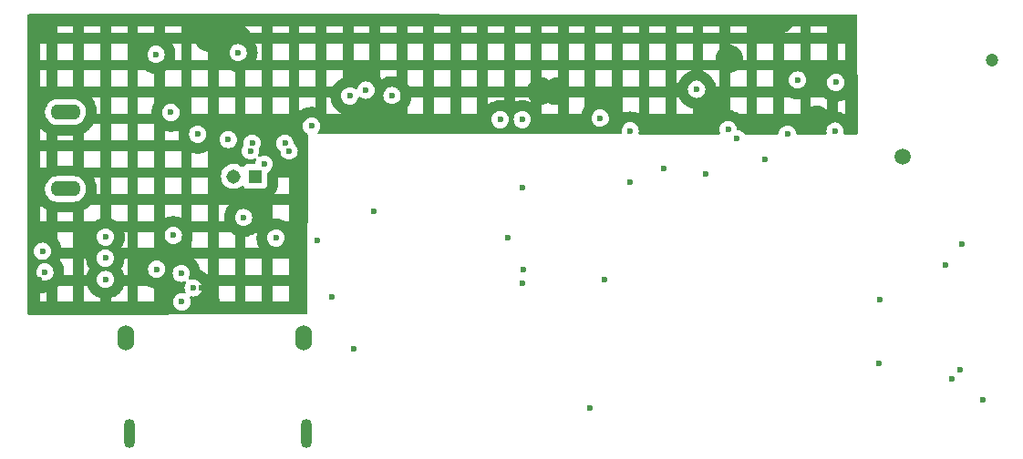
<source format=gbr>
%TF.GenerationSoftware,KiCad,Pcbnew,8.0.3*%
%TF.CreationDate,2025-01-08T01:15:00+05:30*%
%TF.ProjectId,gps,6770732e-6b69-4636-9164-5f7063625858,rev?*%
%TF.SameCoordinates,Original*%
%TF.FileFunction,Copper,L2,Inr*%
%TF.FilePolarity,Positive*%
%FSLAX46Y46*%
G04 Gerber Fmt 4.6, Leading zero omitted, Abs format (unit mm)*
G04 Created by KiCad (PCBNEW 8.0.3) date 2025-01-08 01:15:00*
%MOMM*%
%LPD*%
G01*
G04 APERTURE LIST*
%TA.AperFunction,ComponentPad*%
%ADD10O,1.550000X2.350000*%
%TD*%
%TA.AperFunction,ComponentPad*%
%ADD11O,1.050000X2.700000*%
%TD*%
%TA.AperFunction,ComponentPad*%
%ADD12R,1.308000X1.308000*%
%TD*%
%TA.AperFunction,ComponentPad*%
%ADD13C,1.308000*%
%TD*%
%TA.AperFunction,ComponentPad*%
%ADD14O,2.800000X1.400000*%
%TD*%
%TA.AperFunction,ComponentPad*%
%ADD15C,1.500000*%
%TD*%
%TA.AperFunction,ComponentPad*%
%ADD16C,1.200000*%
%TD*%
%TA.AperFunction,ViaPad*%
%ADD17C,0.600000*%
%TD*%
G04 APERTURE END LIST*
D10*
%TO.N,GND*%
%TO.C,J5*%
X126963250Y-86582500D03*
X143413250Y-86582500D03*
D11*
X127263250Y-95482500D03*
X143663250Y-95482500D03*
%TD*%
D12*
%TO.N,BAT+*%
%TO.C,J2*%
X138932600Y-71568400D03*
D13*
%TO.N,BAT-*%
X136932600Y-71568400D03*
%TD*%
D14*
%TO.N,GND*%
%TO.C,J1*%
X121335800Y-72743800D03*
X121335800Y-65593800D03*
%TD*%
D15*
%TO.N,N/C*%
%TO.C,J4*%
X199075400Y-69737400D03*
D16*
X207375400Y-60737400D03*
%TD*%
D17*
%TO.N,SIM_PWRKEY*%
X162380000Y-77300000D03*
X176870000Y-70830000D03*
%TO.N,GPS_RXD*%
X163790000Y-72590000D03*
%TO.N,SD_CS*%
X149220000Y-63560000D03*
%TO.N,SD_MISO*%
X151650000Y-64060000D03*
%TO.N,GND*%
X144180000Y-66900000D03*
X192790000Y-67370000D03*
X132130000Y-83240000D03*
X125030000Y-79170000D03*
X163730000Y-81500000D03*
X188380000Y-67640000D03*
X170980000Y-66160000D03*
X171380000Y-81210000D03*
X119190000Y-78540000D03*
X129740000Y-60230000D03*
X125050000Y-81160000D03*
X180790000Y-71310000D03*
X133610000Y-67660000D03*
X125040000Y-77220000D03*
X131340000Y-77060000D03*
X119410000Y-80470000D03*
%TO.N,+3.3V*%
X136510000Y-58770000D03*
X186190000Y-57740000D03*
X181170000Y-65720000D03*
X182990000Y-60640000D03*
X137350000Y-58770000D03*
X134600000Y-58720000D03*
X187710000Y-56970000D03*
X134380000Y-83240000D03*
X181180000Y-66550000D03*
X166890000Y-63660000D03*
X118930000Y-81180000D03*
X191080000Y-66270000D03*
X165470000Y-63640000D03*
X134000000Y-81950000D03*
%TO.N,SD_MOSI*%
X147730000Y-64090000D03*
%TO.N,RXD_SIM*%
X189306200Y-62611000D03*
X192862200Y-62839600D03*
%TO.N,CTS*%
X144703800Y-77571600D03*
X146100800Y-82804000D03*
%TO.N,GPS_TXD*%
X179933600Y-63474600D03*
%TO.N,ESP_EN*%
X161690000Y-66290000D03*
X163750000Y-66300000D03*
%TO.N,TXD_SIM*%
X182854600Y-67208400D03*
X163830000Y-80238600D03*
%TO.N,RXD_0*%
X138500000Y-69220000D03*
X142090000Y-69210000D03*
%TO.N,SD_SCK*%
X149990000Y-74790000D03*
X148110000Y-87570000D03*
X129800000Y-80200000D03*
%TO.N,SIM_DTR*%
X173761400Y-72110600D03*
X173760000Y-67350000D03*
%TO.N,TXD_0*%
X138658600Y-68478400D03*
X141706600Y-68503800D03*
%TO.N,+5V*%
X196930000Y-83010000D03*
X137363200Y-60071000D03*
X131114800Y-65633600D03*
%TO.N,BAT+*%
X170027600Y-93116400D03*
%TO.N,Net-(J4-I{slash}O)*%
X204530000Y-77830000D03*
X203040000Y-79840000D03*
%TO.N,DTR*%
X139776200Y-70434200D03*
X137860000Y-75400000D03*
X140870000Y-77300000D03*
X136448800Y-68148200D03*
%TO.N,SD_SCK_LLS*%
X133197600Y-81940400D03*
X132080000Y-80594200D03*
%TO.N,SIM_VDD*%
X204419200Y-89585800D03*
X196900800Y-89001600D03*
%TO.N,Net-(J4-CLK)*%
X206560000Y-92330000D03*
X203630000Y-90430000D03*
%TO.N,SIM_RXD*%
X186283600Y-70027800D03*
X183692800Y-68072000D03*
%TD*%
%TA.AperFunction,Conductor*%
%TO.N,+3.3V*%
G36*
X194736494Y-56509951D02*
G01*
X194803523Y-56529662D01*
X194849257Y-56582483D01*
X194860442Y-56633507D01*
X194899553Y-67545531D01*
X194880109Y-67612640D01*
X194827469Y-67658584D01*
X194775530Y-67669975D01*
X193700522Y-67669764D01*
X193633486Y-67650066D01*
X193587742Y-67597253D01*
X193577326Y-67531881D01*
X193595565Y-67370003D01*
X193595565Y-67369996D01*
X193575369Y-67190750D01*
X193575368Y-67190745D01*
X193536356Y-67079255D01*
X193515789Y-67020478D01*
X193503189Y-67000426D01*
X193458822Y-66929816D01*
X193419816Y-66867738D01*
X193292262Y-66740184D01*
X193238408Y-66706345D01*
X193139523Y-66644211D01*
X192969254Y-66584631D01*
X192969249Y-66584630D01*
X192790004Y-66564435D01*
X192789996Y-66564435D01*
X192610750Y-66584630D01*
X192610745Y-66584631D01*
X192440476Y-66644211D01*
X192287737Y-66740184D01*
X192160184Y-66867737D01*
X192064211Y-67020476D01*
X192004631Y-67190745D01*
X192004630Y-67190750D01*
X191984435Y-67369996D01*
X191984435Y-67370004D01*
X192002633Y-67531525D01*
X191990578Y-67600347D01*
X191943229Y-67651726D01*
X191879389Y-67669408D01*
X189299610Y-67668902D01*
X189232574Y-67649204D01*
X189186830Y-67596391D01*
X189176414Y-67558784D01*
X189175340Y-67549255D01*
X189167622Y-67480750D01*
X189165369Y-67460750D01*
X189165368Y-67460745D01*
X189139793Y-67387655D01*
X189105789Y-67290478D01*
X189103372Y-67286632D01*
X189043126Y-67190750D01*
X189009816Y-67137738D01*
X188882262Y-67010184D01*
X188831589Y-66978344D01*
X188729523Y-66914211D01*
X188559254Y-66854631D01*
X188559249Y-66854630D01*
X188380004Y-66834435D01*
X188379996Y-66834435D01*
X188200750Y-66854630D01*
X188200745Y-66854631D01*
X188030476Y-66914211D01*
X187877737Y-67010184D01*
X187750184Y-67137737D01*
X187654211Y-67290476D01*
X187594631Y-67460745D01*
X187594630Y-67460749D01*
X187583625Y-67558427D01*
X187556558Y-67622841D01*
X187498963Y-67662396D01*
X187460381Y-67668543D01*
X184452837Y-67667953D01*
X184385801Y-67648255D01*
X184347867Y-67609924D01*
X184322619Y-67569742D01*
X184322617Y-67569739D01*
X184195062Y-67442184D01*
X184042323Y-67346211D01*
X183872054Y-67286631D01*
X183872049Y-67286630D01*
X183764633Y-67274528D01*
X183700219Y-67247462D01*
X183660663Y-67189867D01*
X183655296Y-67165190D01*
X183654456Y-67157738D01*
X183644313Y-67067707D01*
X183639969Y-67029150D01*
X183639968Y-67029145D01*
X183617720Y-66965565D01*
X183580389Y-66858878D01*
X183577720Y-66854631D01*
X183518987Y-66761158D01*
X183484416Y-66706138D01*
X183356862Y-66578584D01*
X183334656Y-66564631D01*
X183204123Y-66482611D01*
X183033854Y-66423031D01*
X183033849Y-66423030D01*
X182854604Y-66402835D01*
X182854596Y-66402835D01*
X182675350Y-66423030D01*
X182675345Y-66423031D01*
X182505076Y-66482611D01*
X182352337Y-66578584D01*
X182224784Y-66706137D01*
X182128811Y-66858876D01*
X182069231Y-67029145D01*
X182069230Y-67029150D01*
X182049035Y-67208396D01*
X182049035Y-67208403D01*
X182069230Y-67387649D01*
X182069232Y-67387657D01*
X182109423Y-67502517D01*
X182112984Y-67572296D01*
X182078255Y-67632923D01*
X182016261Y-67665150D01*
X181992357Y-67667471D01*
X174668688Y-67666037D01*
X174601652Y-67646339D01*
X174555908Y-67593526D01*
X174545492Y-67528153D01*
X174546577Y-67518528D01*
X174559677Y-67402262D01*
X174565565Y-67350002D01*
X174565565Y-67349996D01*
X174545369Y-67170750D01*
X174545368Y-67170745D01*
X174533818Y-67137737D01*
X174485789Y-67000478D01*
X174485756Y-67000426D01*
X174413724Y-66885788D01*
X174389816Y-66847738D01*
X174262262Y-66720184D01*
X174240241Y-66706347D01*
X174109523Y-66624211D01*
X173939254Y-66564631D01*
X173939249Y-66564630D01*
X173760004Y-66544435D01*
X173759996Y-66544435D01*
X173580750Y-66564630D01*
X173580745Y-66564631D01*
X173410476Y-66624211D01*
X173257737Y-66720184D01*
X173130184Y-66847737D01*
X173034211Y-67000476D01*
X172974631Y-67170745D01*
X172974630Y-67170750D01*
X172954435Y-67349996D01*
X172954435Y-67350003D01*
X172974467Y-67527799D01*
X172962412Y-67596621D01*
X172915063Y-67648000D01*
X172851223Y-67665682D01*
X144851216Y-67660199D01*
X144784180Y-67640501D01*
X144738436Y-67587688D01*
X144728506Y-67518528D01*
X144757543Y-67454978D01*
X144763546Y-67448531D01*
X144809816Y-67402262D01*
X144905789Y-67249522D01*
X144965368Y-67079255D01*
X144967065Y-67064198D01*
X144985565Y-66900003D01*
X144985565Y-66899996D01*
X144965369Y-66720750D01*
X144965368Y-66720745D01*
X144940446Y-66649522D01*
X144905789Y-66550478D01*
X144809816Y-66397738D01*
X144702074Y-66289996D01*
X160884435Y-66289996D01*
X160884435Y-66290003D01*
X160904630Y-66469249D01*
X160904631Y-66469254D01*
X160964211Y-66639523D01*
X161027461Y-66740184D01*
X161060184Y-66792262D01*
X161187738Y-66919816D01*
X161260547Y-66965565D01*
X161331557Y-67010184D01*
X161340478Y-67015789D01*
X161417014Y-67042570D01*
X161510745Y-67075368D01*
X161510750Y-67075369D01*
X161689996Y-67095565D01*
X161690000Y-67095565D01*
X161690004Y-67095565D01*
X161869249Y-67075369D01*
X161869252Y-67075368D01*
X161869255Y-67075368D01*
X162039522Y-67015789D01*
X162192262Y-66919816D01*
X162319816Y-66792262D01*
X162415789Y-66639522D01*
X162475368Y-66469255D01*
X162475369Y-66469249D01*
X162494439Y-66299996D01*
X162944435Y-66299996D01*
X162944435Y-66300003D01*
X162964630Y-66479249D01*
X162964631Y-66479254D01*
X163024211Y-66649523D01*
X163096607Y-66764740D01*
X163120184Y-66802262D01*
X163247738Y-66929816D01*
X163304632Y-66965565D01*
X163392025Y-67020478D01*
X163400478Y-67025789D01*
X163553258Y-67079249D01*
X163570745Y-67085368D01*
X163570750Y-67085369D01*
X163749996Y-67105565D01*
X163750000Y-67105565D01*
X163750004Y-67105565D01*
X163929249Y-67085369D01*
X163929252Y-67085368D01*
X163929255Y-67085368D01*
X164099522Y-67025789D01*
X164252262Y-66929816D01*
X164379816Y-66802262D01*
X164475789Y-66649522D01*
X164535368Y-66479255D01*
X164536495Y-66469254D01*
X164555565Y-66300003D01*
X164555565Y-66299996D01*
X164539791Y-66159996D01*
X170174435Y-66159996D01*
X170174435Y-66160003D01*
X170194630Y-66339249D01*
X170194631Y-66339254D01*
X170254211Y-66509523D01*
X170350184Y-66662262D01*
X170477738Y-66789816D01*
X170497546Y-66802262D01*
X170612721Y-66874632D01*
X170630478Y-66885789D01*
X170727719Y-66919815D01*
X170800745Y-66945368D01*
X170800750Y-66945369D01*
X170979996Y-66965565D01*
X170980000Y-66965565D01*
X170980004Y-66965565D01*
X171159249Y-66945369D01*
X171159252Y-66945368D01*
X171159255Y-66945368D01*
X171329522Y-66885789D01*
X171482262Y-66789816D01*
X171609816Y-66662262D01*
X171705789Y-66509522D01*
X171765368Y-66339255D01*
X171769791Y-66300000D01*
X171785565Y-66160003D01*
X171785565Y-66159996D01*
X171765369Y-65980750D01*
X171765368Y-65980745D01*
X171751277Y-65940476D01*
X171705789Y-65810478D01*
X171691500Y-65787738D01*
X171644473Y-65712895D01*
X171630202Y-65690182D01*
X173058088Y-65690182D01*
X173277566Y-65613384D01*
X173284193Y-65611272D01*
X173324642Y-65599619D01*
X173331379Y-65597881D01*
X173385989Y-65585418D01*
X173392809Y-65584062D01*
X173434293Y-65577014D01*
X173441180Y-65576042D01*
X173676092Y-65549575D01*
X173683021Y-65548990D01*
X173725039Y-65546630D01*
X173731993Y-65546435D01*
X173788007Y-65546435D01*
X173794961Y-65546630D01*
X173836979Y-65548990D01*
X173843908Y-65549575D01*
X174078820Y-65576042D01*
X174085707Y-65577014D01*
X174127191Y-65584062D01*
X174134011Y-65585418D01*
X174188621Y-65597881D01*
X174195358Y-65599619D01*
X174235807Y-65611272D01*
X174242434Y-65613384D01*
X174465578Y-65691465D01*
X174472079Y-65693947D01*
X174510965Y-65710055D01*
X174517312Y-65712895D01*
X174552930Y-65730048D01*
X174560088Y-65730048D01*
X175558088Y-65730048D01*
X177060088Y-65730048D01*
X178058088Y-65730048D01*
X179560088Y-65730048D01*
X179560088Y-65421447D01*
X183058088Y-65421447D01*
X183173420Y-65434442D01*
X183180307Y-65435414D01*
X183221791Y-65442462D01*
X183228611Y-65443818D01*
X183283221Y-65456281D01*
X183289958Y-65458019D01*
X183330407Y-65469672D01*
X183337034Y-65471784D01*
X183560178Y-65549865D01*
X183566679Y-65552347D01*
X183605565Y-65568455D01*
X183611912Y-65571295D01*
X183662379Y-65595599D01*
X183668559Y-65598792D01*
X183705390Y-65619148D01*
X183711380Y-65622681D01*
X183882252Y-65730048D01*
X184560088Y-65730048D01*
X185558088Y-65730048D01*
X187060088Y-65730048D01*
X188058088Y-65730048D01*
X189560088Y-65730048D01*
X189560088Y-65105928D01*
X190558088Y-65105928D01*
X190719145Y-65043535D01*
X190741154Y-65037273D01*
X190950652Y-64998111D01*
X190973437Y-64996000D01*
X191186563Y-64996000D01*
X191209348Y-64998111D01*
X191418846Y-65037273D01*
X191440855Y-65043535D01*
X191639589Y-65120525D01*
X191660072Y-65130725D01*
X191841276Y-65242921D01*
X191859538Y-65256711D01*
X192017040Y-65400294D01*
X192032455Y-65417204D01*
X192060088Y-65453795D01*
X192060088Y-64627408D01*
X193058088Y-64627408D01*
X193058088Y-65590325D01*
X193108820Y-65596042D01*
X193115707Y-65597014D01*
X193157191Y-65604062D01*
X193164011Y-65605418D01*
X193218621Y-65617881D01*
X193225358Y-65619619D01*
X193265807Y-65631272D01*
X193272434Y-65633384D01*
X193495578Y-65711465D01*
X193502079Y-65713947D01*
X193540948Y-65730048D01*
X193769039Y-65730048D01*
X193764259Y-64396867D01*
X193718980Y-64425319D01*
X193712990Y-64428852D01*
X193676159Y-64449208D01*
X193669979Y-64452401D01*
X193619512Y-64476705D01*
X193613165Y-64479545D01*
X193574279Y-64495653D01*
X193567778Y-64498135D01*
X193344634Y-64576216D01*
X193338007Y-64578328D01*
X193297558Y-64589981D01*
X193290821Y-64591719D01*
X193236211Y-64604182D01*
X193229391Y-64605538D01*
X193187907Y-64612586D01*
X193181020Y-64613558D01*
X193058088Y-64627408D01*
X192060088Y-64627408D01*
X192060088Y-64455130D01*
X192054421Y-64452401D01*
X192048241Y-64449208D01*
X192011410Y-64428852D01*
X192005420Y-64425319D01*
X191805252Y-64299544D01*
X191799467Y-64295678D01*
X191765139Y-64271320D01*
X191759582Y-64267138D01*
X191715790Y-64232214D01*
X191710856Y-64228048D01*
X190558088Y-64228048D01*
X190558088Y-65105928D01*
X189560088Y-65105928D01*
X189560088Y-64392273D01*
X189390108Y-64411425D01*
X189383179Y-64412010D01*
X189341161Y-64414370D01*
X189334207Y-64414565D01*
X189278193Y-64414565D01*
X189271239Y-64414370D01*
X189229221Y-64412010D01*
X189222292Y-64411425D01*
X188987380Y-64384958D01*
X188980493Y-64383986D01*
X188939009Y-64376938D01*
X188932189Y-64375582D01*
X188877579Y-64363119D01*
X188870842Y-64361381D01*
X188830393Y-64349728D01*
X188823766Y-64347616D01*
X188600622Y-64269535D01*
X188594121Y-64267053D01*
X188555235Y-64250945D01*
X188548888Y-64248105D01*
X188507240Y-64228048D01*
X188058088Y-64228048D01*
X188058088Y-65730048D01*
X187060088Y-65730048D01*
X187060088Y-64228048D01*
X185558088Y-64228048D01*
X185558088Y-65730048D01*
X184560088Y-65730048D01*
X184560088Y-64228048D01*
X183058088Y-64228048D01*
X183058088Y-65421447D01*
X179560088Y-65421447D01*
X179560088Y-65239281D01*
X179559589Y-65239182D01*
X179504979Y-65226719D01*
X179498242Y-65224981D01*
X179457793Y-65213328D01*
X179451166Y-65211216D01*
X179228022Y-65133135D01*
X179221521Y-65130653D01*
X179182635Y-65114545D01*
X179176288Y-65111705D01*
X179125821Y-65087401D01*
X179119641Y-65084208D01*
X179082810Y-65063852D01*
X179076820Y-65060319D01*
X178876652Y-64934544D01*
X178870867Y-64930678D01*
X178836539Y-64906320D01*
X178830982Y-64902138D01*
X178787190Y-64867214D01*
X178781876Y-64862727D01*
X178750500Y-64834687D01*
X178745447Y-64829909D01*
X178578291Y-64662753D01*
X178573513Y-64657700D01*
X178545473Y-64626324D01*
X178540986Y-64621010D01*
X178506062Y-64577218D01*
X178501880Y-64571661D01*
X178477522Y-64537333D01*
X178473656Y-64531548D01*
X178347881Y-64331380D01*
X178344348Y-64325390D01*
X178323992Y-64288559D01*
X178320799Y-64282379D01*
X178296495Y-64231912D01*
X178294766Y-64228048D01*
X178058088Y-64228048D01*
X178058088Y-65730048D01*
X177060088Y-65730048D01*
X177060088Y-64228048D01*
X175558088Y-64228048D01*
X175558088Y-65730048D01*
X174560088Y-65730048D01*
X174560088Y-64228048D01*
X173058088Y-64228048D01*
X173058088Y-65690182D01*
X171630202Y-65690182D01*
X171609816Y-65657738D01*
X171482262Y-65530184D01*
X171457508Y-65514630D01*
X171329523Y-65434211D01*
X171159254Y-65374631D01*
X171159249Y-65374630D01*
X170980004Y-65354435D01*
X170979996Y-65354435D01*
X170800750Y-65374630D01*
X170800745Y-65374631D01*
X170630476Y-65434211D01*
X170477737Y-65530184D01*
X170350184Y-65657737D01*
X170254211Y-65810476D01*
X170194631Y-65980745D01*
X170194630Y-65980750D01*
X170174435Y-66159996D01*
X164539791Y-66159996D01*
X164535369Y-66120750D01*
X164535368Y-66120745D01*
X164487212Y-65983123D01*
X164475789Y-65950478D01*
X164469504Y-65940476D01*
X164428311Y-65874918D01*
X164379816Y-65797738D01*
X164252262Y-65670184D01*
X164194033Y-65633596D01*
X164099523Y-65574211D01*
X163929254Y-65514631D01*
X163929249Y-65514630D01*
X163750004Y-65494435D01*
X163749996Y-65494435D01*
X163570750Y-65514630D01*
X163570745Y-65514631D01*
X163400476Y-65574211D01*
X163247737Y-65670184D01*
X163120184Y-65797737D01*
X163024211Y-65950476D01*
X162964631Y-66120745D01*
X162964630Y-66120750D01*
X162944435Y-66299996D01*
X162494439Y-66299996D01*
X162495565Y-66290003D01*
X162495565Y-66289996D01*
X162475369Y-66110750D01*
X162475368Y-66110745D01*
X162415788Y-65940476D01*
X162335594Y-65812849D01*
X162319816Y-65787738D01*
X162192262Y-65660184D01*
X162149954Y-65633600D01*
X162039523Y-65564211D01*
X161869254Y-65504631D01*
X161869249Y-65504630D01*
X161690004Y-65484435D01*
X161689996Y-65484435D01*
X161510750Y-65504630D01*
X161510745Y-65504631D01*
X161340476Y-65564211D01*
X161187737Y-65660184D01*
X161060184Y-65787737D01*
X160964211Y-65940476D01*
X160904631Y-66110745D01*
X160904630Y-66110750D01*
X160884435Y-66289996D01*
X144702074Y-66289996D01*
X144682262Y-66270184D01*
X144607168Y-66222999D01*
X144529523Y-66174211D01*
X144359254Y-66114631D01*
X144359249Y-66114630D01*
X144180004Y-66094435D01*
X144179996Y-66094435D01*
X144000750Y-66114630D01*
X144000745Y-66114631D01*
X143830476Y-66174211D01*
X143677737Y-66270184D01*
X143550184Y-66397737D01*
X143454211Y-66550476D01*
X143394631Y-66720745D01*
X143394630Y-66720750D01*
X143374435Y-66899996D01*
X143374435Y-66900003D01*
X143394630Y-67079249D01*
X143394631Y-67079254D01*
X143454211Y-67249523D01*
X143517347Y-67350002D01*
X143550184Y-67402262D01*
X143677738Y-67529816D01*
X143751386Y-67576092D01*
X143771849Y-67588950D01*
X143818140Y-67641285D01*
X143829876Y-67694389D01*
X143770442Y-84256777D01*
X143750517Y-84323745D01*
X143697549Y-84369310D01*
X143646778Y-84380332D01*
X117954246Y-84449664D01*
X117887153Y-84430160D01*
X117841256Y-84377480D01*
X117829911Y-84325753D01*
X117829135Y-83239996D01*
X117828573Y-82454000D01*
X118952573Y-82454000D01*
X118953127Y-83230048D01*
X119560088Y-83230048D01*
X119560088Y-82288306D01*
X119510073Y-82319275D01*
X119489589Y-82329475D01*
X119290855Y-82406465D01*
X119268846Y-82412727D01*
X119059348Y-82451889D01*
X119036563Y-82454000D01*
X118952573Y-82454000D01*
X117828573Y-82454000D01*
X117828149Y-81861197D01*
X120558088Y-81861197D01*
X120558088Y-83230048D01*
X122060088Y-83230048D01*
X123058088Y-83230048D01*
X124560088Y-83230048D01*
X124560088Y-82893999D01*
X124541912Y-82887639D01*
X125558088Y-82887639D01*
X125558088Y-83230048D01*
X127060088Y-83230048D01*
X128058088Y-83230048D01*
X129560088Y-83230048D01*
X129560088Y-81982848D01*
X129481180Y-81973958D01*
X129474293Y-81972986D01*
X129432809Y-81965938D01*
X129425989Y-81964582D01*
X129371379Y-81952119D01*
X129364642Y-81950381D01*
X129324193Y-81938728D01*
X129317566Y-81936616D01*
X129094422Y-81858535D01*
X129087921Y-81856053D01*
X129049035Y-81839945D01*
X129042688Y-81837105D01*
X128992221Y-81812801D01*
X128986041Y-81809608D01*
X128949210Y-81789252D01*
X128943220Y-81785719D01*
X128851438Y-81728048D01*
X128058088Y-81728048D01*
X128058088Y-83230048D01*
X127060088Y-83230048D01*
X127060088Y-81728048D01*
X126756658Y-81728048D01*
X126708535Y-81865578D01*
X126706053Y-81872079D01*
X126689945Y-81910965D01*
X126687105Y-81917312D01*
X126662801Y-81967779D01*
X126659608Y-81973959D01*
X126639252Y-82010790D01*
X126635719Y-82016780D01*
X126509944Y-82216948D01*
X126506078Y-82222733D01*
X126481720Y-82257061D01*
X126477538Y-82262618D01*
X126442614Y-82306410D01*
X126438127Y-82311724D01*
X126410087Y-82343100D01*
X126405309Y-82348153D01*
X126238153Y-82515309D01*
X126233100Y-82520087D01*
X126201724Y-82548127D01*
X126196410Y-82552614D01*
X126152618Y-82587538D01*
X126147061Y-82591720D01*
X126112733Y-82616078D01*
X126106948Y-82619944D01*
X125906780Y-82745719D01*
X125900790Y-82749252D01*
X125863959Y-82769608D01*
X125857779Y-82772801D01*
X125807312Y-82797105D01*
X125800965Y-82799945D01*
X125762079Y-82816053D01*
X125755578Y-82818535D01*
X125558088Y-82887639D01*
X124541912Y-82887639D01*
X124344422Y-82818535D01*
X124337921Y-82816053D01*
X124299035Y-82799945D01*
X124292688Y-82797105D01*
X124242221Y-82772801D01*
X124236041Y-82769608D01*
X124199210Y-82749252D01*
X124193220Y-82745719D01*
X123993052Y-82619944D01*
X123987267Y-82616078D01*
X123952939Y-82591720D01*
X123947382Y-82587538D01*
X123903590Y-82552614D01*
X123898276Y-82548127D01*
X123866900Y-82520087D01*
X123861847Y-82515309D01*
X123694691Y-82348153D01*
X123689913Y-82343100D01*
X123661873Y-82311724D01*
X123657386Y-82306410D01*
X123622462Y-82262618D01*
X123618280Y-82257061D01*
X123593922Y-82222733D01*
X123590056Y-82216948D01*
X123464281Y-82016780D01*
X123460748Y-82010790D01*
X123440392Y-81973959D01*
X123437199Y-81967779D01*
X123412895Y-81917312D01*
X123410055Y-81910965D01*
X123393947Y-81872079D01*
X123391465Y-81865578D01*
X123343342Y-81728048D01*
X123058088Y-81728048D01*
X123058088Y-83230048D01*
X122060088Y-83230048D01*
X122060088Y-81728048D01*
X120695414Y-81728048D01*
X120598153Y-81825309D01*
X120593100Y-81830087D01*
X120561724Y-81858127D01*
X120558088Y-81861197D01*
X117828149Y-81861197D01*
X117827154Y-80469996D01*
X118604435Y-80469996D01*
X118604435Y-80470003D01*
X118624630Y-80649249D01*
X118624631Y-80649254D01*
X118684211Y-80819523D01*
X118690679Y-80829816D01*
X118780184Y-80972262D01*
X118907738Y-81099816D01*
X118995612Y-81155031D01*
X119055851Y-81192882D01*
X119060478Y-81195789D01*
X119230745Y-81255368D01*
X119230750Y-81255369D01*
X119409996Y-81275565D01*
X119410000Y-81275565D01*
X119410004Y-81275565D01*
X119589249Y-81255369D01*
X119589252Y-81255368D01*
X119589255Y-81255368D01*
X119759522Y-81195789D01*
X119816486Y-81159996D01*
X124244435Y-81159996D01*
X124244435Y-81160003D01*
X124264630Y-81339249D01*
X124264631Y-81339254D01*
X124324211Y-81509523D01*
X124355628Y-81559522D01*
X124420184Y-81662262D01*
X124547738Y-81789816D01*
X124627518Y-81839945D01*
X124678658Y-81872079D01*
X124700478Y-81885789D01*
X124772427Y-81910965D01*
X124870745Y-81945368D01*
X124870750Y-81945369D01*
X125049996Y-81965565D01*
X125050000Y-81965565D01*
X125050004Y-81965565D01*
X125229249Y-81945369D01*
X125229252Y-81945368D01*
X125229255Y-81945368D01*
X125399522Y-81885789D01*
X125552262Y-81789816D01*
X125679816Y-81662262D01*
X125775789Y-81509522D01*
X125835368Y-81339255D01*
X125837539Y-81319988D01*
X125855565Y-81160003D01*
X125855565Y-81159996D01*
X125835369Y-80980750D01*
X125835368Y-80980745D01*
X125816138Y-80925788D01*
X125775789Y-80810478D01*
X125679816Y-80657738D01*
X125552262Y-80530184D01*
X125501053Y-80498007D01*
X125399523Y-80434211D01*
X125229254Y-80374631D01*
X125229249Y-80374630D01*
X125050004Y-80354435D01*
X125049996Y-80354435D01*
X124870750Y-80374630D01*
X124870745Y-80374631D01*
X124700476Y-80434211D01*
X124547737Y-80530184D01*
X124420184Y-80657737D01*
X124324211Y-80810476D01*
X124264631Y-80980745D01*
X124264630Y-80980750D01*
X124244435Y-81159996D01*
X119816486Y-81159996D01*
X119912262Y-81099816D01*
X120039816Y-80972262D01*
X120135789Y-80819522D01*
X120195368Y-80649255D01*
X120202256Y-80588122D01*
X120215565Y-80470003D01*
X120215565Y-80469996D01*
X120195369Y-80290750D01*
X120195368Y-80290745D01*
X120163615Y-80200000D01*
X120135789Y-80120478D01*
X120117855Y-80091937D01*
X120076915Y-80026781D01*
X120039816Y-79967738D01*
X119912262Y-79840184D01*
X119862364Y-79808831D01*
X119759523Y-79744211D01*
X119589254Y-79684631D01*
X119589249Y-79684630D01*
X119410004Y-79664435D01*
X119409996Y-79664435D01*
X119230750Y-79684630D01*
X119230745Y-79684631D01*
X119060476Y-79744211D01*
X118907737Y-79840184D01*
X118780184Y-79967737D01*
X118684211Y-80120476D01*
X118624631Y-80290745D01*
X118624630Y-80290750D01*
X118604435Y-80469996D01*
X117827154Y-80469996D01*
X117825774Y-78539996D01*
X118384435Y-78539996D01*
X118384435Y-78540003D01*
X118404630Y-78719249D01*
X118404631Y-78719254D01*
X118464211Y-78889523D01*
X118527817Y-78990750D01*
X118560184Y-79042262D01*
X118687738Y-79169816D01*
X118688031Y-79170000D01*
X118821569Y-79253908D01*
X118840478Y-79265789D01*
X118912427Y-79290965D01*
X119010745Y-79325368D01*
X119010750Y-79325369D01*
X119189996Y-79345565D01*
X119190000Y-79345565D01*
X119190004Y-79345565D01*
X119302915Y-79332843D01*
X120809993Y-79332843D01*
X120837538Y-79367382D01*
X120841720Y-79372939D01*
X120866078Y-79407267D01*
X120869944Y-79413052D01*
X120995719Y-79613220D01*
X120999252Y-79619210D01*
X121019608Y-79656041D01*
X121022801Y-79662221D01*
X121047105Y-79712688D01*
X121049945Y-79719035D01*
X121066053Y-79757921D01*
X121068535Y-79764422D01*
X121146616Y-79987566D01*
X121148728Y-79994193D01*
X121160381Y-80034642D01*
X121162119Y-80041379D01*
X121174582Y-80095989D01*
X121175938Y-80102809D01*
X121182986Y-80144293D01*
X121183958Y-80151180D01*
X121210425Y-80386092D01*
X121211010Y-80393021D01*
X121213370Y-80435039D01*
X121213565Y-80441993D01*
X121213565Y-80498007D01*
X121213370Y-80504961D01*
X121211010Y-80546979D01*
X121210425Y-80553908D01*
X121190580Y-80730048D01*
X122060088Y-80730048D01*
X123058088Y-80730048D01*
X123298224Y-80730048D01*
X123299619Y-80724642D01*
X123311272Y-80684193D01*
X123313384Y-80677566D01*
X123391465Y-80454422D01*
X123393947Y-80447921D01*
X123410055Y-80409035D01*
X123412895Y-80402688D01*
X123437199Y-80352221D01*
X123440392Y-80346041D01*
X123460748Y-80309210D01*
X123464281Y-80303220D01*
X123541131Y-80180914D01*
X123521131Y-80149084D01*
X126538868Y-80149084D01*
X126635719Y-80303220D01*
X126639252Y-80309210D01*
X126659608Y-80346041D01*
X126662801Y-80352221D01*
X126687105Y-80402688D01*
X126689945Y-80409035D01*
X126706053Y-80447921D01*
X126708535Y-80454422D01*
X126786616Y-80677566D01*
X126788728Y-80684193D01*
X126800381Y-80724642D01*
X126801776Y-80730048D01*
X127060088Y-80730048D01*
X127060088Y-80199996D01*
X128994435Y-80199996D01*
X128994435Y-80200003D01*
X129014630Y-80379249D01*
X129014631Y-80379254D01*
X129074211Y-80549523D01*
X129136877Y-80649254D01*
X129170184Y-80702262D01*
X129297738Y-80829816D01*
X129450478Y-80925789D01*
X129583290Y-80972262D01*
X129620745Y-80985368D01*
X129620750Y-80985369D01*
X129799996Y-81005565D01*
X129800000Y-81005565D01*
X129800004Y-81005565D01*
X129979249Y-80985369D01*
X129979252Y-80985368D01*
X129979255Y-80985368D01*
X130149522Y-80925789D01*
X130302262Y-80829816D01*
X130429816Y-80702262D01*
X130497718Y-80594196D01*
X131274435Y-80594196D01*
X131274435Y-80594203D01*
X131294630Y-80773449D01*
X131294631Y-80773454D01*
X131354211Y-80943723D01*
X131408514Y-81030145D01*
X131450184Y-81096462D01*
X131577738Y-81224016D01*
X131730478Y-81319989D01*
X131792576Y-81341718D01*
X131900745Y-81379568D01*
X131900750Y-81379569D01*
X132079996Y-81399765D01*
X132080000Y-81399765D01*
X132080004Y-81399765D01*
X132259249Y-81379569D01*
X132259252Y-81379568D01*
X132259255Y-81379568D01*
X132259256Y-81379567D01*
X132259259Y-81379567D01*
X132314714Y-81360161D01*
X132367424Y-81341717D01*
X132437202Y-81338155D01*
X132497830Y-81372884D01*
X132530057Y-81434877D01*
X132523653Y-81504453D01*
X132513373Y-81524730D01*
X132471812Y-81590874D01*
X132412231Y-81761145D01*
X132412230Y-81761150D01*
X132392035Y-81940396D01*
X132392035Y-81940403D01*
X132412230Y-82119649D01*
X132412231Y-82119654D01*
X132474111Y-82296495D01*
X132471992Y-82297236D01*
X132481613Y-82355635D01*
X132453896Y-82419771D01*
X132395903Y-82458741D01*
X132326048Y-82460171D01*
X132317591Y-82457547D01*
X132309266Y-82454634D01*
X132309249Y-82454630D01*
X132130004Y-82434435D01*
X132129996Y-82434435D01*
X131950750Y-82454630D01*
X131950745Y-82454631D01*
X131780476Y-82514211D01*
X131627737Y-82610184D01*
X131500184Y-82737737D01*
X131404211Y-82890476D01*
X131344631Y-83060745D01*
X131344630Y-83060750D01*
X131324435Y-83239996D01*
X131324435Y-83240003D01*
X131344630Y-83419249D01*
X131344631Y-83419254D01*
X131404211Y-83589523D01*
X131500184Y-83742262D01*
X131627738Y-83869816D01*
X131780478Y-83965789D01*
X131950745Y-84025368D01*
X131950750Y-84025369D01*
X132129996Y-84045565D01*
X132130000Y-84045565D01*
X132130004Y-84045565D01*
X132309249Y-84025369D01*
X132309252Y-84025368D01*
X132309255Y-84025368D01*
X132479522Y-83965789D01*
X132632262Y-83869816D01*
X132759816Y-83742262D01*
X132855789Y-83589522D01*
X132915368Y-83419255D01*
X132935565Y-83240000D01*
X132925821Y-83153522D01*
X132915369Y-83060750D01*
X132915368Y-83060745D01*
X132853489Y-82883905D01*
X132855609Y-82883163D01*
X132845984Y-82824781D01*
X132873693Y-82760641D01*
X132892887Y-82747739D01*
X135558088Y-82747739D01*
X135567938Y-82767521D01*
X135576203Y-82788858D01*
X135634528Y-82993849D01*
X135638733Y-83016342D01*
X135658398Y-83228559D01*
X135658398Y-83230048D01*
X137060088Y-83230048D01*
X138058088Y-83230048D01*
X139560088Y-83230048D01*
X140558088Y-83230048D01*
X142060088Y-83230048D01*
X142060088Y-81728048D01*
X140558088Y-81728048D01*
X140558088Y-83230048D01*
X139560088Y-83230048D01*
X139560088Y-81728048D01*
X138058088Y-81728048D01*
X138058088Y-83230048D01*
X137060088Y-83230048D01*
X137060088Y-81728048D01*
X135558088Y-81728048D01*
X135558088Y-82747739D01*
X132892887Y-82747739D01*
X132931680Y-82721663D01*
X133001535Y-82720223D01*
X133010013Y-82722853D01*
X133018342Y-82725767D01*
X133018345Y-82725768D01*
X133018346Y-82725768D01*
X133018350Y-82725769D01*
X133197596Y-82745965D01*
X133197600Y-82745965D01*
X133197604Y-82745965D01*
X133376849Y-82725769D01*
X133376852Y-82725768D01*
X133376855Y-82725768D01*
X133547122Y-82666189D01*
X133699862Y-82570216D01*
X133827416Y-82442662D01*
X133923389Y-82289922D01*
X133982968Y-82119655D01*
X133987638Y-82078211D01*
X134003165Y-81940403D01*
X134003165Y-81940396D01*
X133982969Y-81761150D01*
X133982968Y-81761145D01*
X133923388Y-81590876D01*
X133872270Y-81509522D01*
X133827416Y-81438138D01*
X133699862Y-81310584D01*
X133611988Y-81255369D01*
X133547123Y-81214611D01*
X133376854Y-81155031D01*
X133376849Y-81155030D01*
X133197604Y-81134835D01*
X133197596Y-81134835D01*
X133018350Y-81155030D01*
X133018342Y-81155032D01*
X132910174Y-81192882D01*
X132840395Y-81196443D01*
X132779768Y-81161714D01*
X132747541Y-81099721D01*
X132753946Y-81030145D01*
X132764227Y-81009867D01*
X132805788Y-80943724D01*
X132812064Y-80925788D01*
X132865368Y-80773455D01*
X132865369Y-80773449D01*
X132885565Y-80594203D01*
X132885565Y-80594196D01*
X132865369Y-80414950D01*
X132865368Y-80414945D01*
X132855272Y-80386092D01*
X132805789Y-80244678D01*
X132709816Y-80091938D01*
X132582262Y-79964384D01*
X132567913Y-79955368D01*
X132429523Y-79868411D01*
X132259254Y-79808831D01*
X132259249Y-79808830D01*
X132080004Y-79788635D01*
X132079996Y-79788635D01*
X131900750Y-79808830D01*
X131900745Y-79808831D01*
X131730476Y-79868411D01*
X131577737Y-79964384D01*
X131450184Y-80091937D01*
X131354211Y-80244676D01*
X131294631Y-80414945D01*
X131294630Y-80414950D01*
X131274435Y-80594196D01*
X130497718Y-80594196D01*
X130525789Y-80549522D01*
X130585368Y-80379255D01*
X130588535Y-80351148D01*
X130605565Y-80200003D01*
X130605565Y-80199996D01*
X130585369Y-80020750D01*
X130585368Y-80020745D01*
X130572496Y-79983959D01*
X130525789Y-79850478D01*
X130499620Y-79808831D01*
X130471716Y-79764422D01*
X130429816Y-79697738D01*
X130302262Y-79570184D01*
X130249754Y-79537191D01*
X130149523Y-79474211D01*
X129979254Y-79414631D01*
X129979249Y-79414630D01*
X129800004Y-79394435D01*
X129799996Y-79394435D01*
X129620750Y-79414630D01*
X129620745Y-79414631D01*
X129450476Y-79474211D01*
X129297737Y-79570184D01*
X129170184Y-79697737D01*
X129074211Y-79850476D01*
X129014631Y-80020745D01*
X129014630Y-80020750D01*
X128994435Y-80199996D01*
X127060088Y-80199996D01*
X127060088Y-79228048D01*
X133256313Y-79228048D01*
X133263100Y-79234113D01*
X133268153Y-79238891D01*
X133435309Y-79406047D01*
X133440087Y-79411100D01*
X133468127Y-79442476D01*
X133472614Y-79447790D01*
X133507538Y-79491582D01*
X133511720Y-79497139D01*
X133536078Y-79531467D01*
X133539944Y-79537252D01*
X133665719Y-79737420D01*
X133669252Y-79743410D01*
X133689608Y-79780241D01*
X133692801Y-79786421D01*
X133717105Y-79836888D01*
X133719945Y-79843235D01*
X133736053Y-79882121D01*
X133738535Y-79888622D01*
X133816616Y-80111766D01*
X133818728Y-80118393D01*
X133830381Y-80158842D01*
X133832119Y-80165579D01*
X133844582Y-80220189D01*
X133845938Y-80227009D01*
X133852229Y-80264037D01*
X133903178Y-80281865D01*
X133909679Y-80284347D01*
X133948565Y-80300455D01*
X133954912Y-80303295D01*
X134005379Y-80327599D01*
X134011559Y-80330792D01*
X134048390Y-80351148D01*
X134054380Y-80354681D01*
X134254548Y-80480456D01*
X134260333Y-80484322D01*
X134294661Y-80508680D01*
X134300218Y-80512862D01*
X134344010Y-80547786D01*
X134349324Y-80552273D01*
X134380700Y-80580313D01*
X134385753Y-80585091D01*
X134530710Y-80730048D01*
X134560088Y-80730048D01*
X135558088Y-80730048D01*
X137060088Y-80730048D01*
X138058088Y-80730048D01*
X139560088Y-80730048D01*
X140558088Y-80730048D01*
X142060088Y-80730048D01*
X142060088Y-79228048D01*
X140558088Y-79228048D01*
X140558088Y-80730048D01*
X139560088Y-80730048D01*
X139560088Y-79228048D01*
X138058088Y-79228048D01*
X138058088Y-80730048D01*
X137060088Y-80730048D01*
X137060088Y-79228048D01*
X135558088Y-79228048D01*
X135558088Y-80730048D01*
X134560088Y-80730048D01*
X134560088Y-79228048D01*
X133256313Y-79228048D01*
X127060088Y-79228048D01*
X126832073Y-79228048D01*
X126831010Y-79246979D01*
X126830425Y-79253908D01*
X126803958Y-79488820D01*
X126802986Y-79495707D01*
X126795938Y-79537191D01*
X126794582Y-79544011D01*
X126782119Y-79598621D01*
X126780381Y-79605358D01*
X126768728Y-79645807D01*
X126766616Y-79652434D01*
X126688535Y-79875578D01*
X126686053Y-79882079D01*
X126669945Y-79920965D01*
X126667105Y-79927312D01*
X126642801Y-79977779D01*
X126639608Y-79983959D01*
X126619252Y-80020790D01*
X126615718Y-80026781D01*
X126538868Y-80149084D01*
X123521131Y-80149084D01*
X123444281Y-80026780D01*
X123440748Y-80020790D01*
X123420392Y-79983959D01*
X123417199Y-79977779D01*
X123392895Y-79927312D01*
X123390055Y-79920965D01*
X123373947Y-79882079D01*
X123371465Y-79875578D01*
X123293384Y-79652434D01*
X123291272Y-79645807D01*
X123279619Y-79605358D01*
X123277881Y-79598621D01*
X123265418Y-79544011D01*
X123264062Y-79537191D01*
X123257014Y-79495707D01*
X123256042Y-79488820D01*
X123229575Y-79253908D01*
X123228990Y-79246979D01*
X123227927Y-79228048D01*
X123058088Y-79228048D01*
X123058088Y-80730048D01*
X122060088Y-80730048D01*
X122060088Y-79228048D01*
X120854669Y-79228048D01*
X120848535Y-79245579D01*
X120846053Y-79252079D01*
X120829945Y-79290965D01*
X120827105Y-79297312D01*
X120809993Y-79332843D01*
X119302915Y-79332843D01*
X119369249Y-79325369D01*
X119369252Y-79325368D01*
X119369255Y-79325368D01*
X119539522Y-79265789D01*
X119691976Y-79169996D01*
X124224435Y-79169996D01*
X124224435Y-79170003D01*
X124244630Y-79349249D01*
X124244631Y-79349254D01*
X124304211Y-79519523D01*
X124319598Y-79544011D01*
X124400184Y-79672262D01*
X124527738Y-79799816D01*
X124542087Y-79808832D01*
X124669797Y-79889078D01*
X124680478Y-79895789D01*
X124752427Y-79920965D01*
X124850745Y-79955368D01*
X124850750Y-79955369D01*
X125029996Y-79975565D01*
X125030000Y-79975565D01*
X125030004Y-79975565D01*
X125209249Y-79955369D01*
X125209252Y-79955368D01*
X125209255Y-79955368D01*
X125379522Y-79895789D01*
X125532262Y-79799816D01*
X125659816Y-79672262D01*
X125755789Y-79519522D01*
X125815368Y-79349255D01*
X125817217Y-79332843D01*
X125835565Y-79170003D01*
X125835565Y-79169996D01*
X125815369Y-78990750D01*
X125815368Y-78990745D01*
X125779949Y-78889523D01*
X125755789Y-78820478D01*
X125659816Y-78667738D01*
X125532262Y-78540184D01*
X125531963Y-78539996D01*
X125379523Y-78444211D01*
X125209254Y-78384631D01*
X125209249Y-78384630D01*
X125030004Y-78364435D01*
X125029996Y-78364435D01*
X124850750Y-78384630D01*
X124850745Y-78384631D01*
X124680476Y-78444211D01*
X124527737Y-78540184D01*
X124400184Y-78667737D01*
X124304211Y-78820476D01*
X124244631Y-78990745D01*
X124244630Y-78990750D01*
X124224435Y-79169996D01*
X119691976Y-79169996D01*
X119692262Y-79169816D01*
X119819816Y-79042262D01*
X119915789Y-78889522D01*
X119975368Y-78719255D01*
X119981173Y-78667737D01*
X119995565Y-78540003D01*
X119995565Y-78539996D01*
X119975369Y-78360750D01*
X119975368Y-78360745D01*
X119924122Y-78214293D01*
X119915789Y-78190478D01*
X119819816Y-78037738D01*
X119692262Y-77910184D01*
X119539523Y-77814211D01*
X119369254Y-77754631D01*
X119369249Y-77754630D01*
X119190004Y-77734435D01*
X119189996Y-77734435D01*
X119010750Y-77754630D01*
X119010745Y-77754631D01*
X118840476Y-77814211D01*
X118687737Y-77910184D01*
X118560184Y-78037737D01*
X118464211Y-78190476D01*
X118404631Y-78360745D01*
X118404630Y-78360750D01*
X118384435Y-78539996D01*
X117825774Y-78539996D01*
X117824934Y-77365852D01*
X120558088Y-77365852D01*
X120578127Y-77388276D01*
X120582614Y-77393590D01*
X120617538Y-77437382D01*
X120621720Y-77442939D01*
X120646078Y-77477267D01*
X120649944Y-77483052D01*
X120775719Y-77683220D01*
X120779252Y-77689210D01*
X120799608Y-77726041D01*
X120802801Y-77732221D01*
X120827105Y-77782688D01*
X120829945Y-77789035D01*
X120846053Y-77827921D01*
X120848535Y-77834422D01*
X120926616Y-78057566D01*
X120928728Y-78064193D01*
X120940381Y-78104642D01*
X120942119Y-78111379D01*
X120954582Y-78165989D01*
X120955938Y-78172809D01*
X120962986Y-78214293D01*
X120963958Y-78221180D01*
X120964957Y-78230048D01*
X122060088Y-78230048D01*
X122060088Y-78202957D01*
X126546435Y-78202957D01*
X126563458Y-78230048D01*
X127060088Y-78230048D01*
X128058088Y-78230048D01*
X129560088Y-78230048D01*
X129560088Y-77325974D01*
X129539575Y-77143908D01*
X129538990Y-77136979D01*
X129536630Y-77094961D01*
X129536435Y-77088007D01*
X129536435Y-77059996D01*
X130534435Y-77059996D01*
X130534435Y-77060003D01*
X130554630Y-77239249D01*
X130554631Y-77239254D01*
X130614211Y-77409523D01*
X130658027Y-77479255D01*
X130710184Y-77562262D01*
X130837738Y-77689816D01*
X130895390Y-77726041D01*
X130985542Y-77782688D01*
X130990478Y-77785789D01*
X131129463Y-77834422D01*
X131160745Y-77845368D01*
X131160750Y-77845369D01*
X131339996Y-77865565D01*
X131340000Y-77865565D01*
X131340004Y-77865565D01*
X131519249Y-77845369D01*
X131519252Y-77845368D01*
X131519255Y-77845368D01*
X131689522Y-77785789D01*
X131842262Y-77689816D01*
X131936693Y-77595385D01*
X133058088Y-77595385D01*
X133058088Y-78230048D01*
X134560088Y-78230048D01*
X135558088Y-78230048D01*
X137060088Y-78230048D01*
X137060088Y-77187560D01*
X138058088Y-77187560D01*
X138058088Y-78230048D01*
X139330319Y-78230048D01*
X139284281Y-78156780D01*
X139280748Y-78150790D01*
X139260392Y-78113959D01*
X139257199Y-78107779D01*
X139232895Y-78057312D01*
X139230055Y-78050965D01*
X139213947Y-78012079D01*
X139211465Y-78005578D01*
X139133384Y-77782434D01*
X139131272Y-77775807D01*
X139119619Y-77735358D01*
X139117881Y-77728621D01*
X139105418Y-77674011D01*
X139104062Y-77667191D01*
X139097014Y-77625707D01*
X139096042Y-77618820D01*
X139069575Y-77383908D01*
X139068990Y-77376979D01*
X139066630Y-77334961D01*
X139066435Y-77328007D01*
X139066435Y-77299996D01*
X140064435Y-77299996D01*
X140064435Y-77300003D01*
X140084630Y-77479249D01*
X140084631Y-77479254D01*
X140144211Y-77649523D01*
X140192291Y-77726041D01*
X140240184Y-77802262D01*
X140367738Y-77929816D01*
X140393159Y-77945789D01*
X140520121Y-78025565D01*
X140520478Y-78025789D01*
X140657863Y-78073862D01*
X140690745Y-78085368D01*
X140690750Y-78085369D01*
X140869996Y-78105565D01*
X140870000Y-78105565D01*
X140870004Y-78105565D01*
X141049249Y-78085369D01*
X141049252Y-78085368D01*
X141049255Y-78085368D01*
X141219522Y-78025789D01*
X141372262Y-77929816D01*
X141499816Y-77802262D01*
X141595789Y-77649522D01*
X141655368Y-77479255D01*
X141664382Y-77399254D01*
X141675565Y-77300003D01*
X141675565Y-77299996D01*
X141655369Y-77120750D01*
X141655368Y-77120745D01*
X141632731Y-77056053D01*
X141595789Y-76950478D01*
X141499816Y-76797738D01*
X141372262Y-76670184D01*
X141219523Y-76574211D01*
X141049254Y-76514631D01*
X141049249Y-76514630D01*
X140870004Y-76494435D01*
X140869996Y-76494435D01*
X140690750Y-76514630D01*
X140690745Y-76514631D01*
X140520476Y-76574211D01*
X140367737Y-76670184D01*
X140240184Y-76797737D01*
X140144211Y-76950476D01*
X140084631Y-77120745D01*
X140084630Y-77120750D01*
X140064435Y-77299996D01*
X139066435Y-77299996D01*
X139066435Y-77271993D01*
X139066630Y-77265039D01*
X139068990Y-77223021D01*
X139069575Y-77216092D01*
X139096042Y-76981180D01*
X139097014Y-76974293D01*
X139104062Y-76932809D01*
X139105418Y-76925989D01*
X139117881Y-76871379D01*
X139119619Y-76864642D01*
X139131272Y-76824193D01*
X139133384Y-76817566D01*
X139164708Y-76728048D01*
X139075414Y-76728048D01*
X139048153Y-76755309D01*
X139043100Y-76760087D01*
X139011724Y-76788127D01*
X139006410Y-76792614D01*
X138962618Y-76827538D01*
X138957061Y-76831720D01*
X138922733Y-76856078D01*
X138916948Y-76859944D01*
X138716780Y-76985719D01*
X138710790Y-76989252D01*
X138673959Y-77009608D01*
X138667779Y-77012801D01*
X138617312Y-77037105D01*
X138610965Y-77039945D01*
X138572079Y-77056053D01*
X138565578Y-77058535D01*
X138342434Y-77136616D01*
X138335807Y-77138728D01*
X138295358Y-77150381D01*
X138288621Y-77152119D01*
X138234011Y-77164582D01*
X138227191Y-77165938D01*
X138185707Y-77172986D01*
X138178820Y-77173958D01*
X138058088Y-77187560D01*
X137060088Y-77187560D01*
X137060088Y-77016589D01*
X137052221Y-77012801D01*
X137046041Y-77009608D01*
X137009210Y-76989252D01*
X137003220Y-76985719D01*
X136803052Y-76859944D01*
X136797267Y-76856078D01*
X136762939Y-76831720D01*
X136757382Y-76827538D01*
X136713590Y-76792614D01*
X136708276Y-76788127D01*
X136676900Y-76760087D01*
X136671847Y-76755309D01*
X136644586Y-76728048D01*
X135558088Y-76728048D01*
X135558088Y-78230048D01*
X134560088Y-78230048D01*
X134560088Y-76728048D01*
X133111925Y-76728048D01*
X133112986Y-76734293D01*
X133113958Y-76741180D01*
X133140425Y-76976092D01*
X133141010Y-76983021D01*
X133143370Y-77025039D01*
X133143565Y-77031993D01*
X133143565Y-77088007D01*
X133143370Y-77094961D01*
X133141010Y-77136979D01*
X133140425Y-77143908D01*
X133113958Y-77378820D01*
X133112986Y-77385707D01*
X133105938Y-77427191D01*
X133104582Y-77434011D01*
X133092119Y-77488621D01*
X133090381Y-77495358D01*
X133078728Y-77535807D01*
X133076616Y-77542435D01*
X133058088Y-77595385D01*
X131936693Y-77595385D01*
X131969816Y-77562262D01*
X132065789Y-77409522D01*
X132125368Y-77239255D01*
X132127197Y-77223021D01*
X132145565Y-77060003D01*
X132145565Y-77059996D01*
X132125369Y-76880750D01*
X132125368Y-76880745D01*
X132106750Y-76827538D01*
X132065789Y-76710478D01*
X131969816Y-76557738D01*
X131842262Y-76430184D01*
X131817198Y-76414435D01*
X131689523Y-76334211D01*
X131519254Y-76274631D01*
X131519249Y-76274630D01*
X131340004Y-76254435D01*
X131339996Y-76254435D01*
X131160750Y-76274630D01*
X131160745Y-76274631D01*
X130990476Y-76334211D01*
X130837737Y-76430184D01*
X130710184Y-76557737D01*
X130614211Y-76710476D01*
X130554631Y-76880745D01*
X130554630Y-76880750D01*
X130534435Y-77059996D01*
X129536435Y-77059996D01*
X129536435Y-77031993D01*
X129536630Y-77025039D01*
X129538990Y-76983021D01*
X129539575Y-76976092D01*
X129560088Y-76794025D01*
X129560088Y-76728048D01*
X128058088Y-76728048D01*
X128058088Y-78230048D01*
X127060088Y-78230048D01*
X127060088Y-76728048D01*
X126773286Y-76728048D01*
X126776616Y-76737566D01*
X126778728Y-76744193D01*
X126790381Y-76784642D01*
X126792119Y-76791379D01*
X126804582Y-76845989D01*
X126805938Y-76852809D01*
X126812986Y-76894293D01*
X126813958Y-76901180D01*
X126840425Y-77136092D01*
X126841010Y-77143021D01*
X126843370Y-77185039D01*
X126843565Y-77191993D01*
X126843565Y-77248007D01*
X126843370Y-77254961D01*
X126841010Y-77296979D01*
X126840425Y-77303908D01*
X126813958Y-77538820D01*
X126812986Y-77545707D01*
X126805938Y-77587191D01*
X126804582Y-77594011D01*
X126792119Y-77648621D01*
X126790381Y-77655358D01*
X126778728Y-77695807D01*
X126776616Y-77702434D01*
X126698535Y-77925578D01*
X126696053Y-77932079D01*
X126679945Y-77970965D01*
X126677105Y-77977312D01*
X126652801Y-78027779D01*
X126649608Y-78033959D01*
X126629252Y-78070790D01*
X126625718Y-78076781D01*
X126546435Y-78202957D01*
X122060088Y-78202957D01*
X122060088Y-77219996D01*
X124234435Y-77219996D01*
X124234435Y-77220003D01*
X124254630Y-77399249D01*
X124254631Y-77399254D01*
X124314211Y-77569523D01*
X124379866Y-77674011D01*
X124410184Y-77722262D01*
X124537738Y-77849816D01*
X124628080Y-77906582D01*
X124668658Y-77932079D01*
X124690478Y-77945789D01*
X124762427Y-77970965D01*
X124860745Y-78005368D01*
X124860750Y-78005369D01*
X125039996Y-78025565D01*
X125040000Y-78025565D01*
X125040004Y-78025565D01*
X125219249Y-78005369D01*
X125219252Y-78005368D01*
X125219255Y-78005368D01*
X125389522Y-77945789D01*
X125542262Y-77849816D01*
X125669816Y-77722262D01*
X125765789Y-77569522D01*
X125825368Y-77399255D01*
X125825369Y-77399249D01*
X125845565Y-77220003D01*
X125845565Y-77219996D01*
X125825369Y-77040750D01*
X125825368Y-77040745D01*
X125807350Y-76989252D01*
X125765789Y-76870478D01*
X125669816Y-76717738D01*
X125542262Y-76590184D01*
X125490623Y-76557737D01*
X125389523Y-76494211D01*
X125219254Y-76434631D01*
X125219249Y-76434630D01*
X125040004Y-76414435D01*
X125039996Y-76414435D01*
X124860750Y-76434630D01*
X124860745Y-76434631D01*
X124690476Y-76494211D01*
X124537737Y-76590184D01*
X124410184Y-76717737D01*
X124314211Y-76870476D01*
X124254631Y-77040745D01*
X124254630Y-77040750D01*
X124234435Y-77219996D01*
X122060088Y-77219996D01*
X122060088Y-76728048D01*
X120558088Y-76728048D01*
X120558088Y-77365852D01*
X117824934Y-77365852D01*
X117822691Y-74228048D01*
X118946691Y-74228048D01*
X118947764Y-75730048D01*
X119560088Y-75730048D01*
X120558088Y-75730048D01*
X122060088Y-75730048D01*
X122060088Y-74942300D01*
X120558088Y-74942300D01*
X120558088Y-75730048D01*
X119560088Y-75730048D01*
X119560088Y-74690352D01*
X123058088Y-74690352D01*
X123058088Y-75730048D01*
X124030809Y-75730048D01*
X124183220Y-75634281D01*
X124189210Y-75630748D01*
X124226041Y-75610392D01*
X124232221Y-75607199D01*
X124282688Y-75582895D01*
X124289035Y-75580055D01*
X124327921Y-75563947D01*
X124334422Y-75561465D01*
X124521914Y-75495859D01*
X125558088Y-75495859D01*
X125745578Y-75561465D01*
X125752079Y-75563947D01*
X125790965Y-75580055D01*
X125797312Y-75582895D01*
X125847779Y-75607199D01*
X125853959Y-75610392D01*
X125890790Y-75630748D01*
X125896780Y-75634281D01*
X126049191Y-75730048D01*
X127060088Y-75730048D01*
X128058088Y-75730048D01*
X129560088Y-75730048D01*
X133058088Y-75730048D01*
X134560088Y-75730048D01*
X135558088Y-75730048D01*
X136087752Y-75730048D01*
X136087014Y-75725707D01*
X136086042Y-75718820D01*
X136059575Y-75483908D01*
X136058990Y-75476979D01*
X136056630Y-75434961D01*
X136056435Y-75428007D01*
X136056435Y-75399996D01*
X137054435Y-75399996D01*
X137054435Y-75400003D01*
X137074630Y-75579249D01*
X137074631Y-75579254D01*
X137134211Y-75749523D01*
X137230184Y-75902262D01*
X137357738Y-76029816D01*
X137510478Y-76125789D01*
X137680745Y-76185368D01*
X137680750Y-76185369D01*
X137859996Y-76205565D01*
X137860000Y-76205565D01*
X137860004Y-76205565D01*
X138039249Y-76185369D01*
X138039252Y-76185368D01*
X138039255Y-76185368D01*
X138209522Y-76125789D01*
X138362262Y-76029816D01*
X138489816Y-75902262D01*
X138585789Y-75749522D01*
X138645368Y-75579255D01*
X138647093Y-75563947D01*
X138651452Y-75525263D01*
X140558088Y-75525263D01*
X140786092Y-75499575D01*
X140793021Y-75498990D01*
X140835039Y-75496630D01*
X140841993Y-75496435D01*
X140898007Y-75496435D01*
X140904961Y-75496630D01*
X140946979Y-75498990D01*
X140953908Y-75499575D01*
X141188820Y-75526042D01*
X141195707Y-75527014D01*
X141237191Y-75534062D01*
X141244011Y-75535418D01*
X141298621Y-75547881D01*
X141305358Y-75549619D01*
X141345807Y-75561272D01*
X141352434Y-75563384D01*
X141575578Y-75641465D01*
X141582079Y-75643947D01*
X141620965Y-75660055D01*
X141627312Y-75662895D01*
X141677779Y-75687199D01*
X141683959Y-75690392D01*
X141720790Y-75710748D01*
X141726781Y-75714282D01*
X141751872Y-75730048D01*
X142060088Y-75730048D01*
X142060088Y-74228048D01*
X140558088Y-74228048D01*
X140558088Y-75525263D01*
X138651452Y-75525263D01*
X138665565Y-75400003D01*
X138665565Y-75399996D01*
X138645369Y-75220750D01*
X138645368Y-75220745D01*
X138585788Y-75050476D01*
X138506439Y-74924193D01*
X138489816Y-74897738D01*
X138362262Y-74770184D01*
X138241688Y-74694422D01*
X138209523Y-74674211D01*
X138039254Y-74614631D01*
X138039249Y-74614630D01*
X137860004Y-74594435D01*
X137859996Y-74594435D01*
X137680750Y-74614630D01*
X137680745Y-74614631D01*
X137510476Y-74674211D01*
X137357737Y-74770184D01*
X137230184Y-74897737D01*
X137134211Y-75050476D01*
X137074631Y-75220745D01*
X137074630Y-75220750D01*
X137054435Y-75399996D01*
X136056435Y-75399996D01*
X136056435Y-75371993D01*
X136056630Y-75365039D01*
X136058990Y-75323021D01*
X136059575Y-75316092D01*
X136086042Y-75081180D01*
X136087014Y-75074293D01*
X136094062Y-75032809D01*
X136095418Y-75025989D01*
X136107881Y-74971379D01*
X136109619Y-74964642D01*
X136121272Y-74924193D01*
X136123384Y-74917566D01*
X136201465Y-74694422D01*
X136203947Y-74687921D01*
X136220055Y-74649035D01*
X136222895Y-74642688D01*
X136247199Y-74592221D01*
X136250392Y-74586041D01*
X136270748Y-74549210D01*
X136274281Y-74543220D01*
X136400056Y-74343052D01*
X136403922Y-74337267D01*
X136428280Y-74302939D01*
X136432462Y-74297382D01*
X136467386Y-74253590D01*
X136471873Y-74248276D01*
X136489950Y-74228048D01*
X135558088Y-74228048D01*
X135558088Y-75730048D01*
X134560088Y-75730048D01*
X134560088Y-74228048D01*
X133058088Y-74228048D01*
X133058088Y-75730048D01*
X129560088Y-75730048D01*
X129560088Y-75434741D01*
X130558088Y-75434741D01*
X130582688Y-75422895D01*
X130589035Y-75420055D01*
X130627921Y-75403947D01*
X130634422Y-75401465D01*
X130857566Y-75323384D01*
X130864193Y-75321272D01*
X130904642Y-75309619D01*
X130911379Y-75307881D01*
X130965989Y-75295418D01*
X130972809Y-75294062D01*
X131014293Y-75287014D01*
X131021180Y-75286042D01*
X131256092Y-75259575D01*
X131263021Y-75258990D01*
X131305039Y-75256630D01*
X131311993Y-75256435D01*
X131368007Y-75256435D01*
X131374961Y-75256630D01*
X131416979Y-75258990D01*
X131423908Y-75259575D01*
X131658820Y-75286042D01*
X131665707Y-75287014D01*
X131707191Y-75294062D01*
X131714011Y-75295418D01*
X131768621Y-75307881D01*
X131775358Y-75309619D01*
X131815807Y-75321272D01*
X131822434Y-75323384D01*
X132045578Y-75401465D01*
X132052079Y-75403947D01*
X132060088Y-75407264D01*
X132060088Y-74228048D01*
X130558088Y-74228048D01*
X130558088Y-75434741D01*
X129560088Y-75434741D01*
X129560088Y-74228048D01*
X128058088Y-74228048D01*
X128058088Y-75730048D01*
X127060088Y-75730048D01*
X127060088Y-74228048D01*
X125558088Y-74228048D01*
X125558088Y-75495859D01*
X124521914Y-75495859D01*
X124557566Y-75483384D01*
X124560088Y-75482580D01*
X124560088Y-74228048D01*
X123660699Y-74228048D01*
X123509707Y-74379040D01*
X123506198Y-74382414D01*
X123484570Y-74402407D01*
X123480930Y-74405642D01*
X123451123Y-74431100D01*
X123447360Y-74434188D01*
X123424227Y-74452425D01*
X123420344Y-74455365D01*
X123235753Y-74589480D01*
X123231755Y-74592266D01*
X123207257Y-74608634D01*
X123203158Y-74611258D01*
X123169734Y-74631740D01*
X123165536Y-74634201D01*
X123139840Y-74648592D01*
X123135543Y-74650888D01*
X123058088Y-74690352D01*
X119560088Y-74690352D01*
X119560088Y-74663132D01*
X119536057Y-74650888D01*
X119531760Y-74648592D01*
X119506064Y-74634201D01*
X119501866Y-74631740D01*
X119468442Y-74611258D01*
X119464343Y-74608634D01*
X119439845Y-74592266D01*
X119435847Y-74589480D01*
X119251256Y-74455365D01*
X119247373Y-74452425D01*
X119224240Y-74434188D01*
X119220477Y-74431100D01*
X119190670Y-74405642D01*
X119187030Y-74402407D01*
X119165402Y-74382414D01*
X119161893Y-74379040D01*
X119010901Y-74228048D01*
X118946691Y-74228048D01*
X117822691Y-74228048D01*
X117821562Y-72649313D01*
X119435300Y-72649313D01*
X119435300Y-72838286D01*
X119464859Y-73024918D01*
X119523254Y-73204636D01*
X119579890Y-73315789D01*
X119609040Y-73372999D01*
X119720110Y-73525873D01*
X119853727Y-73659490D01*
X120006601Y-73770560D01*
X120086147Y-73811090D01*
X120174963Y-73856345D01*
X120174965Y-73856345D01*
X120174968Y-73856347D01*
X120271297Y-73887646D01*
X120354681Y-73914740D01*
X120541314Y-73944300D01*
X120541319Y-73944300D01*
X122130286Y-73944300D01*
X122316918Y-73914740D01*
X122496632Y-73856347D01*
X122664999Y-73770560D01*
X122817873Y-73659490D01*
X122951490Y-73525873D01*
X123062560Y-73372999D01*
X123148347Y-73204632D01*
X123206740Y-73024918D01*
X123236300Y-72838286D01*
X123236300Y-72649313D01*
X123206740Y-72462681D01*
X123169969Y-72349514D01*
X123148347Y-72282968D01*
X123148345Y-72282965D01*
X123148345Y-72282963D01*
X123062559Y-72114600D01*
X123048586Y-72095368D01*
X122951490Y-71961727D01*
X122817873Y-71828110D01*
X122680150Y-71728048D01*
X123985683Y-71728048D01*
X124046476Y-71847362D01*
X124048601Y-71851744D01*
X124060944Y-71878519D01*
X124062899Y-71882987D01*
X124077897Y-71919203D01*
X124079669Y-71923733D01*
X124089853Y-71951341D01*
X124091447Y-71955936D01*
X124161955Y-72172932D01*
X124163370Y-72177596D01*
X124171373Y-72205976D01*
X124172603Y-72210694D01*
X124181751Y-72248813D01*
X124182793Y-72253563D01*
X124188533Y-72282425D01*
X124189388Y-72287214D01*
X124225081Y-72512565D01*
X124225749Y-72517395D01*
X124229212Y-72546667D01*
X124229689Y-72551511D01*
X124232763Y-72590591D01*
X124233050Y-72595450D01*
X124234205Y-72624864D01*
X124234300Y-72629729D01*
X124234300Y-72857871D01*
X124234205Y-72862736D01*
X124233050Y-72892150D01*
X124232763Y-72897009D01*
X124229689Y-72936089D01*
X124229212Y-72940933D01*
X124225749Y-72970205D01*
X124225081Y-72975035D01*
X124189388Y-73200386D01*
X124188533Y-73205175D01*
X124183586Y-73230048D01*
X124560088Y-73230048D01*
X125558088Y-73230048D01*
X127060088Y-73230048D01*
X128058088Y-73230048D01*
X129560088Y-73230048D01*
X130558088Y-73230048D01*
X132060088Y-73230048D01*
X133058088Y-73230048D01*
X134560088Y-73230048D01*
X140701791Y-73230048D01*
X142060088Y-73230048D01*
X142060088Y-71728048D01*
X141085099Y-71728048D01*
X141085100Y-72283648D01*
X141085055Y-72286972D01*
X141084516Y-72307073D01*
X141084383Y-72310393D01*
X141082951Y-72337080D01*
X141082729Y-72340389D01*
X141081119Y-72360382D01*
X141080808Y-72363685D01*
X141069638Y-72467575D01*
X141068571Y-72475243D01*
X141060664Y-72521429D01*
X141059119Y-72529019D01*
X141044774Y-72589730D01*
X141042758Y-72597209D01*
X141029150Y-72642072D01*
X141026671Y-72649412D01*
X140953013Y-72846902D01*
X140949625Y-72855082D01*
X140927367Y-72903819D01*
X140923405Y-72911733D01*
X140889228Y-72974323D01*
X140884710Y-72981937D01*
X140855746Y-73027004D01*
X140850698Y-73034274D01*
X140721714Y-73206573D01*
X140716161Y-73213464D01*
X140701791Y-73230048D01*
X134560088Y-73230048D01*
X134560088Y-71728048D01*
X133058088Y-71728048D01*
X133058088Y-73230048D01*
X132060088Y-73230048D01*
X132060088Y-71728048D01*
X130558088Y-71728048D01*
X130558088Y-73230048D01*
X129560088Y-73230048D01*
X129560088Y-71728048D01*
X128058088Y-71728048D01*
X128058088Y-73230048D01*
X127060088Y-73230048D01*
X127060088Y-71728048D01*
X125558088Y-71728048D01*
X125558088Y-73230048D01*
X124560088Y-73230048D01*
X124560088Y-71728048D01*
X123985683Y-71728048D01*
X122680150Y-71728048D01*
X122664999Y-71717040D01*
X122496636Y-71631254D01*
X122316918Y-71572859D01*
X122288758Y-71568399D01*
X135773154Y-71568399D01*
X135773154Y-71568400D01*
X135792895Y-71781447D01*
X135792896Y-71781450D01*
X135851446Y-71987235D01*
X135851449Y-71987241D01*
X135914866Y-72114600D01*
X135946819Y-72178770D01*
X136075759Y-72349514D01*
X136233878Y-72493658D01*
X136233883Y-72493661D01*
X136233886Y-72493663D01*
X136415786Y-72606291D01*
X136415787Y-72606291D01*
X136415790Y-72606293D01*
X136615303Y-72683585D01*
X136825620Y-72722900D01*
X136825622Y-72722900D01*
X137039578Y-72722900D01*
X137039580Y-72722900D01*
X137249897Y-72683585D01*
X137449410Y-72606293D01*
X137631322Y-72493658D01*
X137664193Y-72463691D01*
X137726995Y-72433075D01*
X137796382Y-72441272D01*
X137846995Y-72481016D01*
X137921054Y-72579946D01*
X137956246Y-72606291D01*
X138036264Y-72666193D01*
X138036271Y-72666197D01*
X138171117Y-72716491D01*
X138171116Y-72716491D01*
X138178044Y-72717235D01*
X138230727Y-72722900D01*
X139634472Y-72722899D01*
X139694083Y-72716491D01*
X139828931Y-72666196D01*
X139944146Y-72579946D01*
X140030396Y-72464731D01*
X140080691Y-72329883D01*
X140087100Y-72270273D01*
X140087099Y-71252788D01*
X140106783Y-71185750D01*
X140145124Y-71147797D01*
X140278462Y-71064016D01*
X140406016Y-70936462D01*
X140501989Y-70783722D01*
X140561568Y-70613455D01*
X140564863Y-70584211D01*
X140581765Y-70434203D01*
X140581765Y-70434196D01*
X140561569Y-70254950D01*
X140561568Y-70254945D01*
X140501989Y-70084678D01*
X140406016Y-69931938D01*
X140278462Y-69804384D01*
X140125723Y-69708411D01*
X139955454Y-69648831D01*
X139955449Y-69648830D01*
X139776204Y-69628635D01*
X139776196Y-69628635D01*
X139596950Y-69648830D01*
X139596945Y-69648831D01*
X139426675Y-69708411D01*
X139406929Y-69720819D01*
X139339692Y-69739818D01*
X139272857Y-69719449D01*
X139227644Y-69666181D01*
X139218408Y-69596924D01*
X139223918Y-69574869D01*
X139285366Y-69399262D01*
X139285369Y-69399249D01*
X139305565Y-69220003D01*
X139305565Y-69219997D01*
X139289126Y-69074104D01*
X139285368Y-69040745D01*
X139285367Y-69040744D01*
X139284949Y-69037027D01*
X139297003Y-68968205D01*
X139303167Y-68957184D01*
X139384389Y-68827922D01*
X139443968Y-68657655D01*
X139443969Y-68657649D01*
X139461304Y-68503796D01*
X140901035Y-68503796D01*
X140901035Y-68503803D01*
X140921230Y-68683049D01*
X140921231Y-68683054D01*
X140980811Y-68853323D01*
X141076784Y-69006062D01*
X141204339Y-69133617D01*
X141217163Y-69141674D01*
X141230711Y-69150187D01*
X141277003Y-69202521D01*
X141287961Y-69241299D01*
X141304630Y-69389249D01*
X141304631Y-69389254D01*
X141364211Y-69559523D01*
X141420328Y-69648832D01*
X141460184Y-69712262D01*
X141587738Y-69839816D01*
X141603653Y-69849816D01*
X141738819Y-69934747D01*
X141740478Y-69935789D01*
X141889726Y-69988013D01*
X141910745Y-69995368D01*
X141910750Y-69995369D01*
X142089996Y-70015565D01*
X142090000Y-70015565D01*
X142090004Y-70015565D01*
X142269249Y-69995369D01*
X142269252Y-69995368D01*
X142269255Y-69995368D01*
X142439522Y-69935789D01*
X142592262Y-69839816D01*
X142719816Y-69712262D01*
X142815789Y-69559522D01*
X142875368Y-69389255D01*
X142888849Y-69269608D01*
X142895565Y-69210003D01*
X142895565Y-69209996D01*
X142875369Y-69030750D01*
X142875368Y-69030745D01*
X142849623Y-68957170D01*
X142815789Y-68860478D01*
X142719816Y-68707738D01*
X142592262Y-68580184D01*
X142592260Y-68580182D01*
X142592258Y-68580181D01*
X142565885Y-68563609D01*
X142519594Y-68511274D01*
X142508638Y-68472499D01*
X142505603Y-68445565D01*
X142502895Y-68421522D01*
X142491969Y-68324549D01*
X142491968Y-68324545D01*
X142458902Y-68230048D01*
X142432389Y-68154278D01*
X142428567Y-68148196D01*
X142341433Y-68009523D01*
X142336416Y-68001538D01*
X142208862Y-67873984D01*
X142168438Y-67848584D01*
X142056123Y-67778011D01*
X141885854Y-67718431D01*
X141885849Y-67718430D01*
X141706604Y-67698235D01*
X141706596Y-67698235D01*
X141527350Y-67718430D01*
X141527345Y-67718431D01*
X141357076Y-67778011D01*
X141204337Y-67873984D01*
X141076784Y-68001537D01*
X140980811Y-68154276D01*
X140921231Y-68324545D01*
X140921230Y-68324550D01*
X140901035Y-68503796D01*
X139461304Y-68503796D01*
X139464165Y-68478403D01*
X139464165Y-68478396D01*
X139443969Y-68299150D01*
X139443968Y-68299145D01*
X139433705Y-68269816D01*
X139384389Y-68128878D01*
X139288416Y-67976138D01*
X139160862Y-67848584D01*
X139146015Y-67839255D01*
X139008123Y-67752611D01*
X138837854Y-67693031D01*
X138837849Y-67693030D01*
X138658604Y-67672835D01*
X138658596Y-67672835D01*
X138479350Y-67693030D01*
X138479345Y-67693031D01*
X138309076Y-67752611D01*
X138156337Y-67848584D01*
X138028784Y-67976137D01*
X137932811Y-68128876D01*
X137873231Y-68299145D01*
X137873230Y-68299150D01*
X137853035Y-68478396D01*
X137853035Y-68478403D01*
X137873650Y-68661373D01*
X137861595Y-68730195D01*
X137855424Y-68741228D01*
X137774211Y-68870476D01*
X137714631Y-69040745D01*
X137714630Y-69040750D01*
X137694435Y-69219996D01*
X137694435Y-69220003D01*
X137714630Y-69399249D01*
X137714631Y-69399254D01*
X137774211Y-69569523D01*
X137824044Y-69648831D01*
X137870184Y-69722262D01*
X137997738Y-69849816D01*
X138088080Y-69906582D01*
X138134561Y-69935788D01*
X138150478Y-69945789D01*
X138320745Y-70005368D01*
X138320750Y-70005369D01*
X138499996Y-70025565D01*
X138500000Y-70025565D01*
X138500004Y-70025565D01*
X138679249Y-70005369D01*
X138679252Y-70005368D01*
X138679255Y-70005368D01*
X138849522Y-69945789D01*
X138869266Y-69933382D01*
X138936501Y-69914381D01*
X139003337Y-69934747D01*
X139048552Y-69988013D01*
X139057792Y-70057269D01*
X139052282Y-70079329D01*
X138990830Y-70254950D01*
X138985328Y-70303785D01*
X138958261Y-70368198D01*
X138900666Y-70407753D01*
X138862108Y-70413900D01*
X138230729Y-70413900D01*
X138230723Y-70413901D01*
X138171116Y-70420308D01*
X138036271Y-70470602D01*
X138036264Y-70470606D01*
X137921055Y-70556852D01*
X137846996Y-70655782D01*
X137791062Y-70697652D01*
X137721370Y-70702636D01*
X137664194Y-70673109D01*
X137631322Y-70643142D01*
X137631316Y-70643138D01*
X137631313Y-70643136D01*
X137449413Y-70530508D01*
X137449407Y-70530506D01*
X137448261Y-70530062D01*
X137249897Y-70453215D01*
X137039580Y-70413900D01*
X136825620Y-70413900D01*
X136615303Y-70453215D01*
X136489133Y-70502093D01*
X136415792Y-70530506D01*
X136415786Y-70530508D01*
X136233886Y-70643136D01*
X136233883Y-70643138D01*
X136233879Y-70643140D01*
X136233878Y-70643142D01*
X136075759Y-70787286D01*
X136075758Y-70787287D01*
X135946819Y-70958029D01*
X135851449Y-71149558D01*
X135851446Y-71149564D01*
X135792896Y-71355349D01*
X135792895Y-71355352D01*
X135773154Y-71568399D01*
X122288758Y-71568399D01*
X122130286Y-71543300D01*
X122130281Y-71543300D01*
X120541319Y-71543300D01*
X120541314Y-71543300D01*
X120354681Y-71572859D01*
X120174963Y-71631254D01*
X120006600Y-71717040D01*
X119945988Y-71761078D01*
X119853727Y-71828110D01*
X119853725Y-71828112D01*
X119853724Y-71828112D01*
X119720112Y-71961724D01*
X119720112Y-71961725D01*
X119720110Y-71961727D01*
X119701574Y-71987240D01*
X119609040Y-72114600D01*
X119523254Y-72282963D01*
X119464859Y-72462681D01*
X119435300Y-72649313D01*
X117821562Y-72649313D01*
X117819115Y-69228048D01*
X118943116Y-69228048D01*
X118944189Y-70730048D01*
X119560088Y-70730048D01*
X123058088Y-70730048D01*
X124560088Y-70730048D01*
X125558088Y-70730048D01*
X127060088Y-70730048D01*
X128058088Y-70730048D01*
X129560088Y-70730048D01*
X130558088Y-70730048D01*
X132060088Y-70730048D01*
X132060088Y-69372304D01*
X133058088Y-69372304D01*
X133058088Y-70730048D01*
X134560088Y-70730048D01*
X134560088Y-69228048D01*
X134494903Y-69228048D01*
X134466780Y-69245719D01*
X134460790Y-69249252D01*
X134423959Y-69269608D01*
X134417779Y-69272801D01*
X134367312Y-69297105D01*
X134360965Y-69299945D01*
X134322079Y-69316053D01*
X134315578Y-69318535D01*
X134092434Y-69396616D01*
X134085807Y-69398728D01*
X134045358Y-69410381D01*
X134038621Y-69412119D01*
X133984011Y-69424582D01*
X133977191Y-69425938D01*
X133935707Y-69432986D01*
X133928820Y-69433958D01*
X133693908Y-69460425D01*
X133686979Y-69461010D01*
X133644961Y-69463370D01*
X133638007Y-69463565D01*
X133581993Y-69463565D01*
X133575039Y-69463370D01*
X133533021Y-69461010D01*
X133526092Y-69460425D01*
X133291180Y-69433958D01*
X133284293Y-69432986D01*
X133242809Y-69425938D01*
X133235989Y-69424582D01*
X133181379Y-69412119D01*
X133174642Y-69410381D01*
X133134193Y-69398728D01*
X133127566Y-69396616D01*
X133058088Y-69372304D01*
X132060088Y-69372304D01*
X132060088Y-69228048D01*
X130558088Y-69228048D01*
X130558088Y-70730048D01*
X129560088Y-70730048D01*
X129560088Y-69228048D01*
X128058088Y-69228048D01*
X128058088Y-70730048D01*
X127060088Y-70730048D01*
X127060088Y-69228048D01*
X125558088Y-69228048D01*
X125558088Y-70730048D01*
X124560088Y-70730048D01*
X124560088Y-69228048D01*
X123058088Y-69228048D01*
X123058088Y-70730048D01*
X119560088Y-70730048D01*
X119560088Y-70545300D01*
X120558088Y-70545300D01*
X122060088Y-70545300D01*
X122060088Y-69228048D01*
X120558088Y-69228048D01*
X120558088Y-70545300D01*
X119560088Y-70545300D01*
X119560088Y-69228048D01*
X118943116Y-69228048D01*
X117819115Y-69228048D01*
X117817522Y-67000426D01*
X118941522Y-67000426D01*
X118942401Y-68230048D01*
X119560088Y-68230048D01*
X120558088Y-68230048D01*
X122060088Y-68230048D01*
X122060088Y-67792300D01*
X120558088Y-67792300D01*
X120558088Y-68230048D01*
X119560088Y-68230048D01*
X119560088Y-67540352D01*
X123058088Y-67540352D01*
X123058088Y-68230048D01*
X124560088Y-68230048D01*
X125558088Y-68230048D01*
X127060088Y-68230048D01*
X128058088Y-68230048D01*
X129560088Y-68230048D01*
X129560088Y-67344225D01*
X130558088Y-67344225D01*
X130558088Y-68230048D01*
X131904041Y-68230048D01*
X131873384Y-68142434D01*
X131871272Y-68135807D01*
X131859619Y-68095358D01*
X131857881Y-68088621D01*
X131845418Y-68034011D01*
X131844062Y-68027191D01*
X131837014Y-67985707D01*
X131836042Y-67978820D01*
X131809575Y-67743908D01*
X131808990Y-67736979D01*
X131806630Y-67694961D01*
X131806435Y-67688007D01*
X131806435Y-67659996D01*
X132804435Y-67659996D01*
X132804435Y-67660003D01*
X132824630Y-67839249D01*
X132824631Y-67839254D01*
X132884211Y-68009523D01*
X132925849Y-68075789D01*
X132980184Y-68162262D01*
X133107738Y-68289816D01*
X133260478Y-68385789D01*
X133430745Y-68445368D01*
X133430750Y-68445369D01*
X133609996Y-68465565D01*
X133610000Y-68465565D01*
X133610004Y-68465565D01*
X133789249Y-68445369D01*
X133789252Y-68445368D01*
X133789255Y-68445368D01*
X133959522Y-68385789D01*
X134112262Y-68289816D01*
X134239816Y-68162262D01*
X134248654Y-68148196D01*
X135643235Y-68148196D01*
X135643235Y-68148203D01*
X135663430Y-68327449D01*
X135663431Y-68327454D01*
X135723011Y-68497723D01*
X135771104Y-68574262D01*
X135818984Y-68650462D01*
X135946538Y-68778016D01*
X135978007Y-68797789D01*
X136066386Y-68853322D01*
X136099278Y-68873989D01*
X136109498Y-68877565D01*
X136269545Y-68933568D01*
X136269550Y-68933569D01*
X136448796Y-68953765D01*
X136448800Y-68953765D01*
X136448804Y-68953765D01*
X136628049Y-68933569D01*
X136628052Y-68933568D01*
X136628055Y-68933568D01*
X136798322Y-68873989D01*
X136951062Y-68778016D01*
X137078616Y-68650462D01*
X137174589Y-68497722D01*
X137234168Y-68327455D01*
X137234169Y-68327449D01*
X137254365Y-68148203D01*
X137254365Y-68148196D01*
X137234169Y-67968950D01*
X137234168Y-67968945D01*
X137192052Y-67848584D01*
X137174589Y-67798678D01*
X137170581Y-67792300D01*
X137108207Y-67693032D01*
X137078616Y-67645938D01*
X136951062Y-67518384D01*
X136798323Y-67422411D01*
X136628054Y-67362831D01*
X136628049Y-67362830D01*
X136448804Y-67342635D01*
X136448796Y-67342635D01*
X136269550Y-67362830D01*
X136269545Y-67362831D01*
X136099276Y-67422411D01*
X135946537Y-67518384D01*
X135818984Y-67645937D01*
X135723011Y-67798676D01*
X135663431Y-67968945D01*
X135663430Y-67968950D01*
X135643235Y-68148196D01*
X134248654Y-68148196D01*
X134335789Y-68009522D01*
X134395368Y-67839255D01*
X134395485Y-67838216D01*
X134415565Y-67660003D01*
X134415565Y-67659996D01*
X134395369Y-67480750D01*
X134395368Y-67480745D01*
X134369419Y-67406586D01*
X134335789Y-67310478D01*
X134332576Y-67305365D01*
X134271649Y-67208400D01*
X134239816Y-67157738D01*
X134112262Y-67030184D01*
X134072755Y-67005360D01*
X133959523Y-66934211D01*
X133789254Y-66874631D01*
X133789249Y-66874630D01*
X133610004Y-66854435D01*
X133609996Y-66854435D01*
X133430750Y-66874630D01*
X133430745Y-66874631D01*
X133260476Y-66934211D01*
X133107737Y-67030184D01*
X132980184Y-67157737D01*
X132884211Y-67310476D01*
X132824631Y-67480745D01*
X132824630Y-67480750D01*
X132804435Y-67659996D01*
X131806435Y-67659996D01*
X131806435Y-67631993D01*
X131806630Y-67625039D01*
X131808990Y-67583021D01*
X131809575Y-67576092D01*
X131836042Y-67341180D01*
X131837014Y-67334293D01*
X131844062Y-67292809D01*
X131845418Y-67285989D01*
X131846430Y-67281554D01*
X131826879Y-67289653D01*
X131820378Y-67292135D01*
X131597234Y-67370216D01*
X131590607Y-67372328D01*
X131550158Y-67383981D01*
X131543421Y-67385719D01*
X131488811Y-67398182D01*
X131481991Y-67399538D01*
X131440507Y-67406586D01*
X131433620Y-67407558D01*
X131198708Y-67434025D01*
X131191779Y-67434610D01*
X131149761Y-67436970D01*
X131142807Y-67437165D01*
X131086793Y-67437165D01*
X131079839Y-67436970D01*
X131037821Y-67434610D01*
X131030892Y-67434025D01*
X130795980Y-67407558D01*
X130789093Y-67406586D01*
X130747609Y-67399538D01*
X130740789Y-67398182D01*
X130686179Y-67385719D01*
X130679442Y-67383981D01*
X130638993Y-67372328D01*
X130632366Y-67370216D01*
X130558088Y-67344225D01*
X129560088Y-67344225D01*
X129560088Y-66728048D01*
X128058088Y-66728048D01*
X128058088Y-68230048D01*
X127060088Y-68230048D01*
X127060088Y-66728048D01*
X125558088Y-66728048D01*
X125558088Y-68230048D01*
X124560088Y-68230048D01*
X124560088Y-66728048D01*
X123923548Y-66728048D01*
X123903258Y-66761158D01*
X123900634Y-66765257D01*
X123884266Y-66789755D01*
X123881480Y-66793753D01*
X123747365Y-66978344D01*
X123744425Y-66982227D01*
X123726188Y-67005360D01*
X123723100Y-67009123D01*
X123697642Y-67038930D01*
X123694407Y-67042570D01*
X123674414Y-67064198D01*
X123671040Y-67067707D01*
X123509707Y-67229040D01*
X123506198Y-67232414D01*
X123484570Y-67252407D01*
X123480930Y-67255642D01*
X123451123Y-67281100D01*
X123447360Y-67284188D01*
X123424227Y-67302425D01*
X123420344Y-67305365D01*
X123235753Y-67439480D01*
X123231755Y-67442266D01*
X123207257Y-67458634D01*
X123203158Y-67461258D01*
X123169734Y-67481740D01*
X123165536Y-67484201D01*
X123139840Y-67498592D01*
X123135543Y-67500888D01*
X123058088Y-67540352D01*
X119560088Y-67540352D01*
X119560088Y-67513132D01*
X119536057Y-67500888D01*
X119531760Y-67498592D01*
X119506064Y-67484201D01*
X119501866Y-67481740D01*
X119468442Y-67461258D01*
X119464343Y-67458634D01*
X119439845Y-67442266D01*
X119435847Y-67439480D01*
X119251256Y-67305365D01*
X119247373Y-67302425D01*
X119224240Y-67284188D01*
X119220477Y-67281100D01*
X119190670Y-67255642D01*
X119187030Y-67252407D01*
X119165402Y-67232414D01*
X119161893Y-67229040D01*
X119000560Y-67067707D01*
X118997186Y-67064198D01*
X118977193Y-67042570D01*
X118973958Y-67038930D01*
X118948500Y-67009123D01*
X118945412Y-67005360D01*
X118941522Y-67000426D01*
X117817522Y-67000426D01*
X117816449Y-65499313D01*
X119435300Y-65499313D01*
X119435300Y-65688286D01*
X119464859Y-65874918D01*
X119523254Y-66054636D01*
X119576942Y-66160003D01*
X119609040Y-66222999D01*
X119720110Y-66375873D01*
X119853727Y-66509490D01*
X120006601Y-66620560D01*
X120086147Y-66661090D01*
X120174963Y-66706345D01*
X120174965Y-66706345D01*
X120174968Y-66706347D01*
X120271297Y-66737646D01*
X120354681Y-66764740D01*
X120541314Y-66794300D01*
X120541319Y-66794300D01*
X122130286Y-66794300D01*
X122316918Y-66764740D01*
X122327942Y-66761158D01*
X122496632Y-66706347D01*
X122664999Y-66620560D01*
X122817873Y-66509490D01*
X122951490Y-66375873D01*
X123062560Y-66222999D01*
X123148347Y-66054632D01*
X123206740Y-65874918D01*
X123216946Y-65810478D01*
X123236300Y-65688286D01*
X123236300Y-65499313D01*
X123206740Y-65312681D01*
X123169556Y-65198242D01*
X123148347Y-65132968D01*
X123148345Y-65132965D01*
X123148345Y-65132963D01*
X123092281Y-65022932D01*
X123062560Y-64964601D01*
X122951490Y-64811727D01*
X122817873Y-64678110D01*
X122664999Y-64567040D01*
X122638198Y-64553384D01*
X122496636Y-64481254D01*
X122316918Y-64422859D01*
X122130286Y-64393300D01*
X122130281Y-64393300D01*
X120541319Y-64393300D01*
X120541314Y-64393300D01*
X120354681Y-64422859D01*
X120174963Y-64481254D01*
X120006600Y-64567040D01*
X119942575Y-64613558D01*
X119853727Y-64678110D01*
X119853725Y-64678112D01*
X119853724Y-64678112D01*
X119720112Y-64811724D01*
X119720112Y-64811725D01*
X119720110Y-64811727D01*
X119686287Y-64858280D01*
X119609040Y-64964600D01*
X119523254Y-65132963D01*
X119464859Y-65312681D01*
X119435300Y-65499313D01*
X117816449Y-65499313D01*
X117815540Y-64228048D01*
X123761018Y-64228048D01*
X123881480Y-64393847D01*
X123884266Y-64397845D01*
X123900634Y-64422343D01*
X123903258Y-64426442D01*
X123923740Y-64459866D01*
X123926201Y-64464064D01*
X123940592Y-64489760D01*
X123942888Y-64494057D01*
X124046476Y-64697362D01*
X124048601Y-64701744D01*
X124060944Y-64728519D01*
X124062899Y-64732987D01*
X124077897Y-64769203D01*
X124079669Y-64773733D01*
X124089853Y-64801341D01*
X124091447Y-64805936D01*
X124161955Y-65022932D01*
X124163370Y-65027596D01*
X124171373Y-65055976D01*
X124172603Y-65060694D01*
X124181751Y-65098813D01*
X124182793Y-65103563D01*
X124188533Y-65132425D01*
X124189388Y-65137214D01*
X124225081Y-65362565D01*
X124225749Y-65367395D01*
X124229212Y-65396667D01*
X124229689Y-65401511D01*
X124232763Y-65440591D01*
X124233050Y-65445450D01*
X124234205Y-65474864D01*
X124234300Y-65479729D01*
X124234300Y-65707871D01*
X124234205Y-65712736D01*
X124233525Y-65730048D01*
X124560088Y-65730048D01*
X125558088Y-65730048D01*
X127060088Y-65730048D01*
X128058088Y-65730048D01*
X129315788Y-65730048D01*
X129314375Y-65717508D01*
X129313790Y-65710579D01*
X129311430Y-65668561D01*
X129311235Y-65661607D01*
X129311235Y-65633596D01*
X130309235Y-65633596D01*
X130309235Y-65633603D01*
X130329430Y-65812849D01*
X130329431Y-65812854D01*
X130389011Y-65983123D01*
X130469202Y-66110745D01*
X130484984Y-66135862D01*
X130612538Y-66263416D01*
X130765278Y-66359389D01*
X130874873Y-66397738D01*
X130935545Y-66418968D01*
X130935550Y-66418969D01*
X131114796Y-66439165D01*
X131114800Y-66439165D01*
X131114804Y-66439165D01*
X131294049Y-66418969D01*
X131294052Y-66418968D01*
X131294055Y-66418968D01*
X131464322Y-66359389D01*
X131617062Y-66263416D01*
X131744616Y-66135862D01*
X131840589Y-65983122D01*
X131900168Y-65812855D01*
X131900436Y-65810476D01*
X131909498Y-65730048D01*
X133058088Y-65730048D01*
X134560088Y-65730048D01*
X135558088Y-65730048D01*
X137060088Y-65730048D01*
X138058088Y-65730048D01*
X139560088Y-65730048D01*
X140558088Y-65730048D01*
X142060088Y-65730048D01*
X145558088Y-65730048D01*
X146979284Y-65730048D01*
X146979035Y-65729945D01*
X146972688Y-65727105D01*
X146922221Y-65702801D01*
X146916041Y-65699608D01*
X146879210Y-65679252D01*
X146873220Y-65675719D01*
X146673052Y-65549944D01*
X146667267Y-65546078D01*
X146632939Y-65521720D01*
X146627382Y-65517538D01*
X146583590Y-65482614D01*
X146578276Y-65478127D01*
X146546900Y-65450087D01*
X146541847Y-65445309D01*
X146374691Y-65278153D01*
X146369913Y-65273100D01*
X146341873Y-65241724D01*
X146337386Y-65236410D01*
X146302462Y-65192618D01*
X146298280Y-65187061D01*
X146298241Y-65187006D01*
X153058088Y-65187006D01*
X153058088Y-65730048D01*
X154560088Y-65730048D01*
X155558088Y-65730048D01*
X157060088Y-65730048D01*
X158058088Y-65730048D01*
X159560088Y-65730048D01*
X159560088Y-64914000D01*
X165558088Y-64914000D01*
X165558088Y-65730048D01*
X167060088Y-65730048D01*
X168058088Y-65730048D01*
X169228224Y-65730048D01*
X169229619Y-65724642D01*
X169241272Y-65684193D01*
X169243384Y-65677566D01*
X169321465Y-65454422D01*
X169323947Y-65447921D01*
X169340055Y-65409035D01*
X169342895Y-65402688D01*
X169367199Y-65352221D01*
X169370392Y-65346041D01*
X169390748Y-65309210D01*
X169394281Y-65303220D01*
X169520056Y-65103052D01*
X169523922Y-65097267D01*
X169548280Y-65062939D01*
X169552461Y-65057383D01*
X169560088Y-65047819D01*
X169560088Y-64228048D01*
X168058088Y-64228048D01*
X168058088Y-65730048D01*
X167060088Y-65730048D01*
X167060088Y-64924273D01*
X167019348Y-64931889D01*
X166996563Y-64934000D01*
X166783437Y-64934000D01*
X166760652Y-64931889D01*
X166551154Y-64892727D01*
X166529145Y-64886465D01*
X166330411Y-64809475D01*
X166309928Y-64799275D01*
X166163849Y-64708827D01*
X166050072Y-64779275D01*
X166029589Y-64789475D01*
X165830855Y-64866465D01*
X165808846Y-64872727D01*
X165599348Y-64911889D01*
X165576563Y-64914000D01*
X165558088Y-64914000D01*
X159560088Y-64914000D01*
X159560088Y-64885823D01*
X160558088Y-64885823D01*
X160587382Y-64862462D01*
X160592939Y-64858280D01*
X160627267Y-64833922D01*
X160633052Y-64830056D01*
X160833220Y-64704281D01*
X160839210Y-64700748D01*
X160876041Y-64680392D01*
X160882221Y-64677199D01*
X160932688Y-64652895D01*
X160939035Y-64650055D01*
X160971316Y-64636683D01*
X163058088Y-64636683D01*
X163267566Y-64563384D01*
X163274193Y-64561272D01*
X163314642Y-64549619D01*
X163321379Y-64547881D01*
X163375989Y-64535418D01*
X163382809Y-64534062D01*
X163424293Y-64527014D01*
X163431180Y-64526042D01*
X163666092Y-64499575D01*
X163673021Y-64498990D01*
X163715039Y-64496630D01*
X163721993Y-64496435D01*
X163778007Y-64496435D01*
X163784961Y-64496630D01*
X163826979Y-64498990D01*
X163833908Y-64499575D01*
X164068820Y-64526042D01*
X164075707Y-64527014D01*
X164117191Y-64534062D01*
X164124011Y-64535418D01*
X164178621Y-64547881D01*
X164185358Y-64549619D01*
X164225807Y-64561272D01*
X164232434Y-64563384D01*
X164455578Y-64641465D01*
X164462079Y-64643947D01*
X164500965Y-64660055D01*
X164507312Y-64662895D01*
X164557779Y-64687199D01*
X164560088Y-64688391D01*
X164560088Y-64534435D01*
X164532961Y-64509706D01*
X164517545Y-64492796D01*
X164389107Y-64322718D01*
X164377061Y-64303262D01*
X164339609Y-64228048D01*
X163058088Y-64228048D01*
X163058088Y-64636683D01*
X160971316Y-64636683D01*
X160977921Y-64633947D01*
X160984422Y-64631465D01*
X161207566Y-64553384D01*
X161214193Y-64551272D01*
X161254642Y-64539619D01*
X161261379Y-64537881D01*
X161315989Y-64525418D01*
X161322809Y-64524062D01*
X161364293Y-64517014D01*
X161371180Y-64516042D01*
X161606092Y-64489575D01*
X161613021Y-64488990D01*
X161655039Y-64486630D01*
X161661993Y-64486435D01*
X161718007Y-64486435D01*
X161724961Y-64486630D01*
X161766979Y-64488990D01*
X161773908Y-64489575D01*
X162008820Y-64516042D01*
X162015707Y-64517014D01*
X162057191Y-64524062D01*
X162060088Y-64524638D01*
X162060088Y-64228048D01*
X160558088Y-64228048D01*
X160558088Y-64885823D01*
X159560088Y-64885823D01*
X159560088Y-64228048D01*
X158058088Y-64228048D01*
X158058088Y-65730048D01*
X157060088Y-65730048D01*
X157060088Y-64228048D01*
X155558088Y-64228048D01*
X155558088Y-65730048D01*
X154560088Y-65730048D01*
X154560088Y-64228048D01*
X153440945Y-64228048D01*
X153423958Y-64378820D01*
X153422986Y-64385707D01*
X153415938Y-64427191D01*
X153414582Y-64434011D01*
X153402119Y-64488621D01*
X153400381Y-64495358D01*
X153388728Y-64535807D01*
X153386616Y-64542434D01*
X153308535Y-64765578D01*
X153306053Y-64772079D01*
X153289945Y-64810965D01*
X153287105Y-64817312D01*
X153262801Y-64867779D01*
X153259608Y-64873959D01*
X153239252Y-64910790D01*
X153235719Y-64916780D01*
X153109944Y-65116948D01*
X153106078Y-65122733D01*
X153081720Y-65157061D01*
X153077538Y-65162618D01*
X153058088Y-65187006D01*
X146298241Y-65187006D01*
X146273922Y-65152733D01*
X146270056Y-65146948D01*
X146144281Y-64946780D01*
X146140748Y-64940790D01*
X146120392Y-64903959D01*
X146117199Y-64897779D01*
X146092895Y-64847312D01*
X146090055Y-64840965D01*
X146073947Y-64802079D01*
X146071465Y-64795578D01*
X145993384Y-64572434D01*
X145991272Y-64565807D01*
X145979619Y-64525358D01*
X145977881Y-64518621D01*
X145965418Y-64464011D01*
X145964062Y-64457191D01*
X145957014Y-64415707D01*
X145956042Y-64408820D01*
X145935675Y-64228048D01*
X145558088Y-64228048D01*
X145558088Y-65730048D01*
X142060088Y-65730048D01*
X142060088Y-65487848D01*
X143058088Y-65487848D01*
X143077382Y-65472462D01*
X143082939Y-65468280D01*
X143117267Y-65443922D01*
X143123052Y-65440056D01*
X143323220Y-65314281D01*
X143329210Y-65310748D01*
X143366041Y-65290392D01*
X143372221Y-65287199D01*
X143422688Y-65262895D01*
X143429035Y-65260055D01*
X143467921Y-65243947D01*
X143474422Y-65241465D01*
X143697566Y-65163384D01*
X143704193Y-65161272D01*
X143744642Y-65149619D01*
X143751379Y-65147881D01*
X143805989Y-65135418D01*
X143812809Y-65134062D01*
X143854293Y-65127014D01*
X143861180Y-65126042D01*
X144096092Y-65099575D01*
X144103021Y-65098990D01*
X144145039Y-65096630D01*
X144151993Y-65096435D01*
X144208007Y-65096435D01*
X144214961Y-65096630D01*
X144256979Y-65098990D01*
X144263908Y-65099575D01*
X144498820Y-65126042D01*
X144505707Y-65127014D01*
X144547191Y-65134062D01*
X144554011Y-65135418D01*
X144560088Y-65136804D01*
X144560088Y-64228048D01*
X143058088Y-64228048D01*
X143058088Y-65487848D01*
X142060088Y-65487848D01*
X142060088Y-64228048D01*
X140558088Y-64228048D01*
X140558088Y-65730048D01*
X139560088Y-65730048D01*
X139560088Y-64228048D01*
X138058088Y-64228048D01*
X138058088Y-65730048D01*
X137060088Y-65730048D01*
X137060088Y-64228048D01*
X135558088Y-64228048D01*
X135558088Y-65730048D01*
X134560088Y-65730048D01*
X134560088Y-64228048D01*
X133058088Y-64228048D01*
X133058088Y-65730048D01*
X131909498Y-65730048D01*
X131920365Y-65633603D01*
X131920365Y-65633596D01*
X131900169Y-65454350D01*
X131900168Y-65454345D01*
X131897920Y-65447921D01*
X131840589Y-65284078D01*
X131813813Y-65241465D01*
X131779629Y-65187061D01*
X131744616Y-65131338D01*
X131617062Y-65003784D01*
X131464323Y-64907811D01*
X131294054Y-64848231D01*
X131294049Y-64848230D01*
X131114804Y-64828035D01*
X131114796Y-64828035D01*
X130935550Y-64848230D01*
X130935545Y-64848231D01*
X130765276Y-64907811D01*
X130612537Y-65003784D01*
X130484984Y-65131337D01*
X130389011Y-65284076D01*
X130329431Y-65454345D01*
X130329430Y-65454350D01*
X130309235Y-65633596D01*
X129311235Y-65633596D01*
X129311235Y-65605593D01*
X129311430Y-65598639D01*
X129313790Y-65556621D01*
X129314375Y-65549692D01*
X129340842Y-65314780D01*
X129341814Y-65307893D01*
X129348862Y-65266409D01*
X129350218Y-65259589D01*
X129362681Y-65204979D01*
X129364419Y-65198242D01*
X129376072Y-65157793D01*
X129378184Y-65151166D01*
X129456265Y-64928022D01*
X129458747Y-64921521D01*
X129474855Y-64882635D01*
X129477695Y-64876288D01*
X129501999Y-64825821D01*
X129505192Y-64819641D01*
X129525548Y-64782810D01*
X129529081Y-64776820D01*
X129560088Y-64727472D01*
X129560088Y-64228048D01*
X128058088Y-64228048D01*
X128058088Y-65730048D01*
X127060088Y-65730048D01*
X127060088Y-64228048D01*
X125558088Y-64228048D01*
X125558088Y-65730048D01*
X124560088Y-65730048D01*
X124560088Y-64228048D01*
X123761018Y-64228048D01*
X117815540Y-64228048D01*
X117815441Y-64089996D01*
X146924435Y-64089996D01*
X146924435Y-64090003D01*
X146944630Y-64269249D01*
X146944631Y-64269254D01*
X147004211Y-64439523D01*
X147087725Y-64572434D01*
X147100184Y-64592262D01*
X147227738Y-64719816D01*
X147241589Y-64728519D01*
X147374008Y-64811724D01*
X147380478Y-64815789D01*
X147513862Y-64862462D01*
X147550745Y-64875368D01*
X147550750Y-64875369D01*
X147729996Y-64895565D01*
X147730000Y-64895565D01*
X147730004Y-64895565D01*
X147909249Y-64875369D01*
X147909252Y-64875368D01*
X147909255Y-64875368D01*
X148079522Y-64815789D01*
X148232262Y-64719816D01*
X148359816Y-64592262D01*
X148455789Y-64439522D01*
X148515368Y-64269255D01*
X148515369Y-64269249D01*
X148516917Y-64262468D01*
X148518664Y-64262866D01*
X148542206Y-64206830D01*
X148599797Y-64167270D01*
X148669634Y-64165127D01*
X148711773Y-64186219D01*
X148711842Y-64186111D01*
X148712956Y-64186811D01*
X148715677Y-64188173D01*
X148717732Y-64189812D01*
X148717737Y-64189815D01*
X148717738Y-64189816D01*
X148734565Y-64200389D01*
X148847450Y-64271320D01*
X148870478Y-64285789D01*
X148976015Y-64322718D01*
X149040745Y-64345368D01*
X149040750Y-64345369D01*
X149219996Y-64365565D01*
X149220000Y-64365565D01*
X149220004Y-64365565D01*
X149399249Y-64345369D01*
X149399252Y-64345368D01*
X149399255Y-64345368D01*
X149569522Y-64285789D01*
X149722262Y-64189816D01*
X149849816Y-64062262D01*
X149851240Y-64059996D01*
X150844435Y-64059996D01*
X150844435Y-64060003D01*
X150864630Y-64239249D01*
X150864631Y-64239254D01*
X150924211Y-64409523D01*
X151014606Y-64553384D01*
X151020184Y-64562262D01*
X151147738Y-64689816D01*
X151216444Y-64732987D01*
X151278658Y-64772079D01*
X151300478Y-64785789D01*
X151458162Y-64840965D01*
X151470745Y-64845368D01*
X151470750Y-64845369D01*
X151649996Y-64865565D01*
X151650000Y-64865565D01*
X151650004Y-64865565D01*
X151829249Y-64845369D01*
X151829252Y-64845368D01*
X151829255Y-64845368D01*
X151999522Y-64785789D01*
X152152262Y-64689816D01*
X152279816Y-64562262D01*
X152375789Y-64409522D01*
X152435368Y-64239255D01*
X152435369Y-64239249D01*
X152455565Y-64060003D01*
X152455565Y-64059996D01*
X152435369Y-63880750D01*
X152435368Y-63880745D01*
X152386286Y-63740476D01*
X152375789Y-63710478D01*
X152369027Y-63699717D01*
X152298666Y-63587738D01*
X152279816Y-63557738D01*
X152196674Y-63474596D01*
X179128035Y-63474596D01*
X179128035Y-63474603D01*
X179148230Y-63653849D01*
X179148231Y-63653854D01*
X179207811Y-63824123D01*
X179261471Y-63909522D01*
X179303784Y-63976862D01*
X179431338Y-64104416D01*
X179521680Y-64161182D01*
X179567249Y-64189815D01*
X179584078Y-64200389D01*
X179728559Y-64250945D01*
X179754345Y-64259968D01*
X179754350Y-64259969D01*
X179933596Y-64280165D01*
X179933600Y-64280165D01*
X179933604Y-64280165D01*
X180112849Y-64259969D01*
X180112852Y-64259968D01*
X180112855Y-64259968D01*
X180283122Y-64200389D01*
X180435862Y-64104416D01*
X180563416Y-63976862D01*
X180659389Y-63824122D01*
X180718968Y-63653855D01*
X180728936Y-63565388D01*
X180739165Y-63474603D01*
X180739165Y-63474596D01*
X180718969Y-63295350D01*
X180718968Y-63295345D01*
X180711720Y-63274631D01*
X180659389Y-63125078D01*
X180563416Y-62972338D01*
X180435862Y-62844784D01*
X180283123Y-62748811D01*
X180112854Y-62689231D01*
X180112849Y-62689230D01*
X179933604Y-62669035D01*
X179933596Y-62669035D01*
X179754350Y-62689230D01*
X179754345Y-62689231D01*
X179584076Y-62748811D01*
X179431337Y-62844784D01*
X179303784Y-62972337D01*
X179207811Y-63125076D01*
X179148231Y-63295345D01*
X179148230Y-63295350D01*
X179128035Y-63474596D01*
X152196674Y-63474596D01*
X152152262Y-63430184D01*
X152098446Y-63396369D01*
X151999523Y-63334211D01*
X151829254Y-63274631D01*
X151829249Y-63274630D01*
X151650004Y-63254435D01*
X151649996Y-63254435D01*
X151470750Y-63274630D01*
X151470745Y-63274631D01*
X151300476Y-63334211D01*
X151147737Y-63430184D01*
X151020184Y-63557737D01*
X150924211Y-63710476D01*
X150864631Y-63880745D01*
X150864630Y-63880750D01*
X150844435Y-64059996D01*
X149851240Y-64059996D01*
X149945789Y-63909522D01*
X150005368Y-63739255D01*
X150005369Y-63739249D01*
X150025565Y-63560003D01*
X150025565Y-63559996D01*
X150005369Y-63380750D01*
X150005368Y-63380745D01*
X149945789Y-63210478D01*
X149944992Y-63209210D01*
X149906315Y-63147656D01*
X149849816Y-63057738D01*
X149725071Y-62932993D01*
X153058088Y-62932993D01*
X153077538Y-62957382D01*
X153081720Y-62962939D01*
X153106078Y-62997267D01*
X153109944Y-63003052D01*
X153235719Y-63203220D01*
X153239252Y-63209210D01*
X153250769Y-63230048D01*
X154560088Y-63230048D01*
X155558088Y-63230048D01*
X157060088Y-63230048D01*
X158058088Y-63230048D01*
X159560088Y-63230048D01*
X160558088Y-63230048D01*
X162060088Y-63230048D01*
X163058088Y-63230048D01*
X164262077Y-63230048D01*
X164273797Y-63188857D01*
X164282063Y-63167521D01*
X164291955Y-63147656D01*
X168058088Y-63147656D01*
X168077938Y-63187521D01*
X168086203Y-63208858D01*
X168092232Y-63230048D01*
X169560088Y-63230048D01*
X170558088Y-63230048D01*
X172060088Y-63230048D01*
X173058088Y-63230048D01*
X174560088Y-63230048D01*
X175558088Y-63230048D01*
X177060088Y-63230048D01*
X178058088Y-63230048D01*
X178151274Y-63230048D01*
X178159642Y-63155780D01*
X178160614Y-63148893D01*
X178167662Y-63107409D01*
X178169018Y-63100589D01*
X178181481Y-63045979D01*
X178183219Y-63039242D01*
X178194872Y-62998793D01*
X178196984Y-62992166D01*
X178275065Y-62769022D01*
X178277547Y-62762521D01*
X178293655Y-62723635D01*
X178296495Y-62717288D01*
X178320799Y-62666821D01*
X178323992Y-62660641D01*
X178344348Y-62623810D01*
X178347881Y-62617820D01*
X178473656Y-62417652D01*
X178477522Y-62411867D01*
X178501880Y-62377539D01*
X178506062Y-62371982D01*
X178540986Y-62328190D01*
X178545473Y-62322876D01*
X178573513Y-62291500D01*
X178578291Y-62286447D01*
X178745447Y-62119291D01*
X178750500Y-62114513D01*
X178781876Y-62086473D01*
X178787190Y-62081986D01*
X178830982Y-62047062D01*
X178836539Y-62042880D01*
X178870867Y-62018522D01*
X178876652Y-62014656D01*
X179076820Y-61888881D01*
X179082810Y-61885348D01*
X179119641Y-61864992D01*
X179125821Y-61861799D01*
X179176288Y-61837495D01*
X179182635Y-61834655D01*
X179221521Y-61818547D01*
X179228022Y-61816065D01*
X179309114Y-61787690D01*
X180558088Y-61787690D01*
X180639179Y-61816066D01*
X180645679Y-61818547D01*
X180684565Y-61834655D01*
X180690912Y-61837495D01*
X180741379Y-61861799D01*
X180747559Y-61864992D01*
X180784390Y-61885348D01*
X180790380Y-61888881D01*
X180990548Y-62014656D01*
X180996333Y-62018522D01*
X181030661Y-62042880D01*
X181036218Y-62047062D01*
X181080010Y-62081986D01*
X181085324Y-62086473D01*
X181116700Y-62114513D01*
X181121753Y-62119291D01*
X181288909Y-62286447D01*
X181293687Y-62291500D01*
X181321727Y-62322876D01*
X181326214Y-62328190D01*
X181361138Y-62371982D01*
X181365320Y-62377539D01*
X181389678Y-62411867D01*
X181393544Y-62417652D01*
X181519319Y-62617820D01*
X181522852Y-62623810D01*
X181543208Y-62660641D01*
X181546401Y-62666821D01*
X181570705Y-62717288D01*
X181573545Y-62723635D01*
X181589653Y-62762521D01*
X181592135Y-62769022D01*
X181670216Y-62992166D01*
X181672328Y-62998793D01*
X181683981Y-63039242D01*
X181685719Y-63045979D01*
X181698182Y-63100589D01*
X181699538Y-63107409D01*
X181706586Y-63148893D01*
X181707558Y-63155780D01*
X181715926Y-63230048D01*
X182060088Y-63230048D01*
X182060088Y-61914000D01*
X183058088Y-61914000D01*
X183058088Y-63230048D01*
X184560088Y-63230048D01*
X185558088Y-63230048D01*
X187060088Y-63230048D01*
X187060088Y-62610996D01*
X188500635Y-62610996D01*
X188500635Y-62611003D01*
X188520830Y-62790249D01*
X188520831Y-62790254D01*
X188580411Y-62960523D01*
X188629874Y-63039242D01*
X188676384Y-63113262D01*
X188803938Y-63240816D01*
X188956678Y-63336789D01*
X189100556Y-63387134D01*
X189126945Y-63396368D01*
X189126950Y-63396369D01*
X189306196Y-63416565D01*
X189306200Y-63416565D01*
X189306204Y-63416565D01*
X189485449Y-63396369D01*
X189485452Y-63396368D01*
X189485455Y-63396368D01*
X189655722Y-63336789D01*
X189808462Y-63240816D01*
X189936016Y-63113262D01*
X190031989Y-62960522D01*
X190074303Y-62839596D01*
X192056635Y-62839596D01*
X192056635Y-62839603D01*
X192076830Y-63018849D01*
X192076831Y-63018854D01*
X192136411Y-63189123D01*
X192208990Y-63304631D01*
X192232384Y-63341862D01*
X192359938Y-63469416D01*
X192384525Y-63484865D01*
X192500501Y-63557738D01*
X192512678Y-63565389D01*
X192576545Y-63587737D01*
X192682945Y-63624968D01*
X192682950Y-63624969D01*
X192862196Y-63645165D01*
X192862200Y-63645165D01*
X192862204Y-63645165D01*
X193041449Y-63624969D01*
X193041452Y-63624968D01*
X193041455Y-63624968D01*
X193211722Y-63565389D01*
X193364462Y-63469416D01*
X193492016Y-63341862D01*
X193587989Y-63189122D01*
X193647568Y-63018855D01*
X193649349Y-63003052D01*
X193667765Y-62839603D01*
X193667765Y-62839596D01*
X193647569Y-62660350D01*
X193647568Y-62660345D01*
X193623363Y-62591172D01*
X193587989Y-62490078D01*
X193570936Y-62462939D01*
X193511352Y-62368111D01*
X193492016Y-62337338D01*
X193364462Y-62209784D01*
X193211723Y-62113811D01*
X193041454Y-62054231D01*
X193041449Y-62054230D01*
X192862204Y-62034035D01*
X192862196Y-62034035D01*
X192682950Y-62054230D01*
X192682945Y-62054231D01*
X192512676Y-62113811D01*
X192359937Y-62209784D01*
X192232384Y-62337337D01*
X192136411Y-62490076D01*
X192076831Y-62660345D01*
X192076830Y-62660350D01*
X192056635Y-62839596D01*
X190074303Y-62839596D01*
X190091568Y-62790255D01*
X190091912Y-62787204D01*
X190111765Y-62611003D01*
X190111765Y-62610996D01*
X190091569Y-62431750D01*
X190091568Y-62431745D01*
X190075561Y-62386000D01*
X190031989Y-62261478D01*
X190030793Y-62259575D01*
X189942647Y-62119291D01*
X189936016Y-62108738D01*
X189808462Y-61981184D01*
X189807184Y-61980381D01*
X189655723Y-61885211D01*
X189485454Y-61825631D01*
X189485449Y-61825630D01*
X189306204Y-61805435D01*
X189306196Y-61805435D01*
X189126950Y-61825630D01*
X189126945Y-61825631D01*
X188956676Y-61885211D01*
X188803937Y-61981184D01*
X188676384Y-62108737D01*
X188580411Y-62261476D01*
X188520831Y-62431745D01*
X188520830Y-62431750D01*
X188500635Y-62610996D01*
X187060088Y-62610996D01*
X187060088Y-61728048D01*
X185558088Y-61728048D01*
X185558088Y-63230048D01*
X184560088Y-63230048D01*
X184560088Y-61728048D01*
X183652807Y-61728048D01*
X183570072Y-61779275D01*
X183549589Y-61789475D01*
X183350855Y-61866465D01*
X183328846Y-61872727D01*
X183119348Y-61911889D01*
X183096563Y-61914000D01*
X183058088Y-61914000D01*
X182060088Y-61914000D01*
X182060088Y-61728048D01*
X180558088Y-61728048D01*
X180558088Y-61787690D01*
X179309114Y-61787690D01*
X179451166Y-61737984D01*
X179457793Y-61735872D01*
X179484951Y-61728048D01*
X178058088Y-61728048D01*
X178058088Y-63230048D01*
X177060088Y-63230048D01*
X177060088Y-61728048D01*
X175558088Y-61728048D01*
X175558088Y-63230048D01*
X174560088Y-63230048D01*
X174560088Y-61728048D01*
X173058088Y-61728048D01*
X173058088Y-63230048D01*
X172060088Y-63230048D01*
X172060088Y-61728048D01*
X170558088Y-61728048D01*
X170558088Y-63230048D01*
X169560088Y-63230048D01*
X169560088Y-61728048D01*
X168058088Y-61728048D01*
X168058088Y-63147656D01*
X164291955Y-63147656D01*
X164377061Y-62976738D01*
X164389107Y-62957282D01*
X164517545Y-62787204D01*
X164532960Y-62770294D01*
X164560088Y-62745563D01*
X164560088Y-62366000D01*
X165558088Y-62366000D01*
X165576563Y-62366000D01*
X165599348Y-62368111D01*
X165808846Y-62407273D01*
X165830855Y-62413535D01*
X166029589Y-62490525D01*
X166050072Y-62500725D01*
X166196150Y-62591172D01*
X166309928Y-62520725D01*
X166330411Y-62510525D01*
X166529145Y-62433535D01*
X166551154Y-62427273D01*
X166760652Y-62388111D01*
X166783437Y-62386000D01*
X166996563Y-62386000D01*
X167019348Y-62388111D01*
X167060088Y-62395726D01*
X167060088Y-61728048D01*
X165558088Y-61728048D01*
X165558088Y-62366000D01*
X164560088Y-62366000D01*
X164560088Y-61728048D01*
X163058088Y-61728048D01*
X163058088Y-63230048D01*
X162060088Y-63230048D01*
X162060088Y-61728048D01*
X160558088Y-61728048D01*
X160558088Y-63230048D01*
X159560088Y-63230048D01*
X159560088Y-61728048D01*
X158058088Y-61728048D01*
X158058088Y-63230048D01*
X157060088Y-63230048D01*
X157060088Y-61728048D01*
X155558088Y-61728048D01*
X155558088Y-63230048D01*
X154560088Y-63230048D01*
X154560088Y-61728048D01*
X153058088Y-61728048D01*
X153058088Y-62932993D01*
X149725071Y-62932993D01*
X149722262Y-62930184D01*
X149677164Y-62901847D01*
X149569523Y-62834211D01*
X149399254Y-62774631D01*
X149399249Y-62774630D01*
X149220004Y-62754435D01*
X149219996Y-62754435D01*
X149040750Y-62774630D01*
X149040745Y-62774631D01*
X148870476Y-62834211D01*
X148717737Y-62930184D01*
X148590184Y-63057737D01*
X148494211Y-63210476D01*
X148434631Y-63380745D01*
X148433083Y-63387532D01*
X148431340Y-63387134D01*
X148407776Y-63443191D01*
X148350175Y-63482737D01*
X148280338Y-63484865D01*
X148238225Y-63463781D01*
X148238158Y-63463889D01*
X148237053Y-63463195D01*
X148234323Y-63461828D01*
X148232264Y-63460186D01*
X148232262Y-63460184D01*
X148162843Y-63416565D01*
X148079523Y-63364211D01*
X147909254Y-63304631D01*
X147909249Y-63304630D01*
X147730004Y-63284435D01*
X147729996Y-63284435D01*
X147550750Y-63304630D01*
X147550745Y-63304631D01*
X147380476Y-63364211D01*
X147227737Y-63460184D01*
X147100184Y-63587737D01*
X147004211Y-63740476D01*
X146944631Y-63910745D01*
X146944630Y-63910750D01*
X146924435Y-64089996D01*
X117815441Y-64089996D01*
X117813752Y-61728048D01*
X118937753Y-61728048D01*
X118938826Y-63230048D01*
X119560088Y-63230048D01*
X120558088Y-63230048D01*
X122060088Y-63230048D01*
X123058088Y-63230048D01*
X124560088Y-63230048D01*
X125558088Y-63230048D01*
X127060088Y-63230048D01*
X128058088Y-63230048D01*
X129560088Y-63230048D01*
X129560088Y-62019608D01*
X129421180Y-62003958D01*
X129414293Y-62002986D01*
X129372809Y-61995938D01*
X129365989Y-61994582D01*
X129311379Y-61982119D01*
X129304642Y-61980381D01*
X129264193Y-61968728D01*
X129257566Y-61966616D01*
X129034422Y-61888535D01*
X129027921Y-61886053D01*
X128989035Y-61869945D01*
X128982688Y-61867105D01*
X128932221Y-61842801D01*
X128926041Y-61839608D01*
X128921910Y-61837325D01*
X130558088Y-61837325D01*
X130558088Y-63230048D01*
X132060088Y-63230048D01*
X133058088Y-63230048D01*
X134560088Y-63230048D01*
X135558088Y-63230048D01*
X137060088Y-63230048D01*
X137060088Y-61846727D01*
X137044380Y-61844958D01*
X137037493Y-61843986D01*
X136996009Y-61836938D01*
X136989189Y-61835582D01*
X136934579Y-61823119D01*
X136927842Y-61821381D01*
X136887393Y-61809728D01*
X136880766Y-61807616D01*
X136668310Y-61733275D01*
X138058088Y-61733275D01*
X138058088Y-63230048D01*
X139560088Y-63230048D01*
X140558088Y-63230048D01*
X142060088Y-63230048D01*
X143058088Y-63230048D01*
X144560088Y-63230048D01*
X145558088Y-63230048D01*
X146146274Y-63230048D01*
X146270056Y-63033052D01*
X146273922Y-63027267D01*
X146298280Y-62992939D01*
X146302462Y-62987382D01*
X146337386Y-62943590D01*
X146341873Y-62938276D01*
X146369913Y-62906900D01*
X146374691Y-62901847D01*
X146541847Y-62734691D01*
X146546900Y-62729913D01*
X146578276Y-62701873D01*
X146583590Y-62697386D01*
X146627382Y-62662462D01*
X146632939Y-62658280D01*
X146667267Y-62633922D01*
X146673052Y-62630056D01*
X146873220Y-62504281D01*
X146879210Y-62500748D01*
X146916041Y-62480392D01*
X146922221Y-62477199D01*
X146972688Y-62452895D01*
X146979035Y-62450055D01*
X147017921Y-62433947D01*
X147024422Y-62431465D01*
X147060088Y-62418984D01*
X147060088Y-62354626D01*
X150558088Y-62354626D01*
X150575309Y-62371847D01*
X150580087Y-62376900D01*
X150608127Y-62408276D01*
X150612614Y-62413590D01*
X150647538Y-62457382D01*
X150651720Y-62462939D01*
X150676078Y-62497267D01*
X150679944Y-62503052D01*
X150699046Y-62533453D01*
X150793220Y-62474281D01*
X150799210Y-62470748D01*
X150836041Y-62450392D01*
X150842221Y-62447199D01*
X150892688Y-62422895D01*
X150899035Y-62420055D01*
X150937921Y-62403947D01*
X150944422Y-62401465D01*
X151167566Y-62323384D01*
X151174193Y-62321272D01*
X151214642Y-62309619D01*
X151221379Y-62307881D01*
X151275989Y-62295418D01*
X151282809Y-62294062D01*
X151324293Y-62287014D01*
X151331180Y-62286042D01*
X151566092Y-62259575D01*
X151573021Y-62258990D01*
X151615039Y-62256630D01*
X151621993Y-62256435D01*
X151678007Y-62256435D01*
X151684961Y-62256630D01*
X151726979Y-62258990D01*
X151733908Y-62259575D01*
X151968820Y-62286042D01*
X151975707Y-62287014D01*
X152017191Y-62294062D01*
X152024011Y-62295418D01*
X152060088Y-62303651D01*
X152060088Y-61728048D01*
X150558088Y-61728048D01*
X150558088Y-62354626D01*
X147060088Y-62354626D01*
X147060088Y-61728048D01*
X145558088Y-61728048D01*
X145558088Y-63230048D01*
X144560088Y-63230048D01*
X144560088Y-61728048D01*
X143058088Y-61728048D01*
X143058088Y-63230048D01*
X142060088Y-63230048D01*
X142060088Y-61728048D01*
X140558088Y-61728048D01*
X140558088Y-63230048D01*
X139560088Y-63230048D01*
X139560088Y-61728048D01*
X138072673Y-61728048D01*
X138068778Y-61729535D01*
X138058088Y-61733275D01*
X136668310Y-61733275D01*
X136657622Y-61729535D01*
X136653727Y-61728048D01*
X135558088Y-61728048D01*
X135558088Y-63230048D01*
X134560088Y-63230048D01*
X134560088Y-61728048D01*
X133058088Y-61728048D01*
X133058088Y-63230048D01*
X132060088Y-63230048D01*
X132060088Y-61728048D01*
X130736306Y-61728048D01*
X130596780Y-61815719D01*
X130590790Y-61819252D01*
X130558088Y-61837325D01*
X128921910Y-61837325D01*
X128889210Y-61819252D01*
X128883220Y-61815719D01*
X128743694Y-61728048D01*
X128058088Y-61728048D01*
X128058088Y-63230048D01*
X127060088Y-63230048D01*
X127060088Y-61728048D01*
X125558088Y-61728048D01*
X125558088Y-63230048D01*
X124560088Y-63230048D01*
X124560088Y-61728048D01*
X123058088Y-61728048D01*
X123058088Y-63230048D01*
X122060088Y-63230048D01*
X122060088Y-61728048D01*
X120558088Y-61728048D01*
X120558088Y-63230048D01*
X119560088Y-63230048D01*
X119560088Y-61728048D01*
X118937753Y-61728048D01*
X117813752Y-61728048D01*
X117811964Y-59228048D01*
X118935965Y-59228048D01*
X118937038Y-60730048D01*
X119560088Y-60730048D01*
X120558088Y-60730048D01*
X122060088Y-60730048D01*
X123058088Y-60730048D01*
X124560088Y-60730048D01*
X125558088Y-60730048D01*
X127060088Y-60730048D01*
X127060088Y-60229996D01*
X128934435Y-60229996D01*
X128934435Y-60230003D01*
X128954630Y-60409249D01*
X128954631Y-60409254D01*
X129014211Y-60579523D01*
X129090425Y-60700816D01*
X129110184Y-60732262D01*
X129237738Y-60859816D01*
X129390478Y-60955789D01*
X129560745Y-61015368D01*
X129560750Y-61015369D01*
X129739996Y-61035565D01*
X129740000Y-61035565D01*
X129740004Y-61035565D01*
X129919249Y-61015369D01*
X129919252Y-61015368D01*
X129919255Y-61015368D01*
X130089522Y-60955789D01*
X130242262Y-60859816D01*
X130369816Y-60732262D01*
X130465789Y-60579522D01*
X130525368Y-60409255D01*
X130541626Y-60264961D01*
X130545565Y-60230003D01*
X130545565Y-60229996D01*
X130525369Y-60050750D01*
X130525368Y-60050745D01*
X130465788Y-59880476D01*
X130385174Y-59752180D01*
X130369816Y-59727738D01*
X130242262Y-59600184D01*
X130223772Y-59588566D01*
X130089523Y-59504211D01*
X129919254Y-59444631D01*
X129919249Y-59444630D01*
X129740004Y-59424435D01*
X129739996Y-59424435D01*
X129560750Y-59444630D01*
X129560745Y-59444631D01*
X129390476Y-59504211D01*
X129237737Y-59600184D01*
X129110184Y-59727737D01*
X129014211Y-59880476D01*
X128954631Y-60050745D01*
X128954630Y-60050750D01*
X128934435Y-60229996D01*
X127060088Y-60229996D01*
X127060088Y-59228048D01*
X131234501Y-59228048D01*
X131325719Y-59373220D01*
X131329252Y-59379210D01*
X131349608Y-59416041D01*
X131352801Y-59422221D01*
X131377105Y-59472688D01*
X131379945Y-59479035D01*
X131396053Y-59517921D01*
X131398535Y-59524422D01*
X131476616Y-59747566D01*
X131478728Y-59754193D01*
X131490381Y-59794642D01*
X131492119Y-59801379D01*
X131504582Y-59855989D01*
X131505938Y-59862809D01*
X131512986Y-59904293D01*
X131513958Y-59911180D01*
X131540425Y-60146092D01*
X131541010Y-60153021D01*
X131543370Y-60195039D01*
X131543565Y-60201993D01*
X131543565Y-60258007D01*
X131543370Y-60264961D01*
X131541010Y-60306979D01*
X131540425Y-60313908D01*
X131513958Y-60548820D01*
X131512986Y-60555707D01*
X131505938Y-60597191D01*
X131504582Y-60604011D01*
X131492119Y-60658621D01*
X131490381Y-60665358D01*
X131478728Y-60705807D01*
X131476616Y-60712434D01*
X131470453Y-60730048D01*
X132060088Y-60730048D01*
X133058088Y-60730048D01*
X134560088Y-60730048D01*
X134560088Y-60070996D01*
X136557635Y-60070996D01*
X136557635Y-60071003D01*
X136577830Y-60250249D01*
X136577831Y-60250254D01*
X136637411Y-60420523D01*
X136648513Y-60438191D01*
X136733384Y-60573262D01*
X136860938Y-60700816D01*
X137013678Y-60796789D01*
X137183945Y-60856368D01*
X137183950Y-60856369D01*
X137363196Y-60876565D01*
X137363200Y-60876565D01*
X137363204Y-60876565D01*
X137542449Y-60856369D01*
X137542452Y-60856368D01*
X137542455Y-60856368D01*
X137712722Y-60796789D01*
X137865462Y-60700816D01*
X137993016Y-60573262D01*
X138088989Y-60420522D01*
X138148568Y-60250255D01*
X138154006Y-60201993D01*
X138168765Y-60071003D01*
X138168765Y-60070996D01*
X138148569Y-59891750D01*
X138148568Y-59891745D01*
X138088989Y-59721478D01*
X137993016Y-59568738D01*
X137865462Y-59441184D01*
X137773280Y-59383262D01*
X137712723Y-59345211D01*
X137542454Y-59285631D01*
X137542449Y-59285630D01*
X137363204Y-59265435D01*
X137363196Y-59265435D01*
X137183950Y-59285630D01*
X137183945Y-59285631D01*
X137013676Y-59345211D01*
X136860937Y-59441184D01*
X136733384Y-59568737D01*
X136637411Y-59721476D01*
X136577831Y-59891745D01*
X136577830Y-59891750D01*
X136557635Y-60070996D01*
X134560088Y-60070996D01*
X134560088Y-59994000D01*
X134493437Y-59994000D01*
X134470652Y-59991889D01*
X134261154Y-59952727D01*
X134239145Y-59946465D01*
X134040411Y-59869475D01*
X134019928Y-59859275D01*
X133838724Y-59747079D01*
X133820462Y-59733289D01*
X133662960Y-59589706D01*
X133647545Y-59572796D01*
X133519107Y-59402718D01*
X133507061Y-59383262D01*
X133429774Y-59228048D01*
X138956784Y-59228048D01*
X138972808Y-59257041D01*
X138976001Y-59263221D01*
X139000305Y-59313688D01*
X139003145Y-59320035D01*
X139019253Y-59358921D01*
X139021735Y-59365422D01*
X139099816Y-59588566D01*
X139101928Y-59595193D01*
X139113581Y-59635642D01*
X139115319Y-59642379D01*
X139127782Y-59696989D01*
X139129138Y-59703809D01*
X139136186Y-59745293D01*
X139137158Y-59752180D01*
X139163625Y-59987092D01*
X139164210Y-59994021D01*
X139166570Y-60036039D01*
X139166765Y-60042993D01*
X139166765Y-60099007D01*
X139166570Y-60105961D01*
X139164210Y-60147979D01*
X139163625Y-60154908D01*
X139137158Y-60389820D01*
X139136186Y-60396707D01*
X139129138Y-60438191D01*
X139127782Y-60445011D01*
X139115319Y-60499621D01*
X139113581Y-60506358D01*
X139101928Y-60546807D01*
X139099816Y-60553434D01*
X139038016Y-60730048D01*
X139560088Y-60730048D01*
X140558088Y-60730048D01*
X142060088Y-60730048D01*
X143058088Y-60730048D01*
X144560088Y-60730048D01*
X145558088Y-60730048D01*
X147060088Y-60730048D01*
X148058088Y-60730048D01*
X149560088Y-60730048D01*
X150558088Y-60730048D01*
X152060088Y-60730048D01*
X153058088Y-60730048D01*
X154560088Y-60730048D01*
X155558088Y-60730048D01*
X157060088Y-60730048D01*
X158058088Y-60730048D01*
X159560088Y-60730048D01*
X160558088Y-60730048D01*
X162060088Y-60730048D01*
X163058088Y-60730048D01*
X164560088Y-60730048D01*
X165558088Y-60730048D01*
X167060088Y-60730048D01*
X168058088Y-60730048D01*
X169560088Y-60730048D01*
X170558088Y-60730048D01*
X172060088Y-60730048D01*
X173058088Y-60730048D01*
X174560088Y-60730048D01*
X175558088Y-60730048D01*
X177060088Y-60730048D01*
X178058088Y-60730048D01*
X179560088Y-60730048D01*
X180558088Y-60730048D01*
X181718886Y-60730048D01*
X181711602Y-60651441D01*
X181711602Y-60628559D01*
X181731267Y-60416342D01*
X181735472Y-60393849D01*
X181793797Y-60188858D01*
X181802063Y-60167521D01*
X181897061Y-59976738D01*
X181909107Y-59957282D01*
X182037545Y-59787204D01*
X182052960Y-59770295D01*
X182060088Y-59763796D01*
X182060088Y-59366000D01*
X183058088Y-59366000D01*
X183096563Y-59366000D01*
X183119348Y-59368111D01*
X183328846Y-59407273D01*
X183350855Y-59413535D01*
X183549589Y-59490525D01*
X183570072Y-59500725D01*
X183751276Y-59612921D01*
X183769538Y-59626711D01*
X183927040Y-59770294D01*
X183942455Y-59787204D01*
X184070893Y-59957282D01*
X184082939Y-59976738D01*
X184177937Y-60167521D01*
X184186203Y-60188858D01*
X184244528Y-60393849D01*
X184248733Y-60416342D01*
X184268398Y-60628559D01*
X184268398Y-60651441D01*
X184261114Y-60730048D01*
X184560088Y-60730048D01*
X185558088Y-60730048D01*
X187060088Y-60730048D01*
X188058088Y-60730048D01*
X189560088Y-60730048D01*
X190558088Y-60730048D01*
X192060088Y-60730048D01*
X193058088Y-60730048D01*
X193751118Y-60730048D01*
X193745734Y-59228048D01*
X193058088Y-59228048D01*
X193058088Y-60730048D01*
X192060088Y-60730048D01*
X192060088Y-59228048D01*
X190558088Y-59228048D01*
X190558088Y-60730048D01*
X189560088Y-60730048D01*
X189560088Y-59228048D01*
X188058088Y-59228048D01*
X188058088Y-60730048D01*
X187060088Y-60730048D01*
X187060088Y-59228048D01*
X185558088Y-59228048D01*
X185558088Y-60730048D01*
X184560088Y-60730048D01*
X184560088Y-59228048D01*
X183058088Y-59228048D01*
X183058088Y-59366000D01*
X182060088Y-59366000D01*
X182060088Y-59228048D01*
X180558088Y-59228048D01*
X180558088Y-60730048D01*
X179560088Y-60730048D01*
X179560088Y-59228048D01*
X178058088Y-59228048D01*
X178058088Y-60730048D01*
X177060088Y-60730048D01*
X177060088Y-59228048D01*
X175558088Y-59228048D01*
X175558088Y-60730048D01*
X174560088Y-60730048D01*
X174560088Y-59228048D01*
X173058088Y-59228048D01*
X173058088Y-60730048D01*
X172060088Y-60730048D01*
X172060088Y-59228048D01*
X170558088Y-59228048D01*
X170558088Y-60730048D01*
X169560088Y-60730048D01*
X169560088Y-59228048D01*
X168058088Y-59228048D01*
X168058088Y-60730048D01*
X167060088Y-60730048D01*
X167060088Y-59228048D01*
X165558088Y-59228048D01*
X165558088Y-60730048D01*
X164560088Y-60730048D01*
X164560088Y-59228048D01*
X163058088Y-59228048D01*
X163058088Y-60730048D01*
X162060088Y-60730048D01*
X162060088Y-59228048D01*
X160558088Y-59228048D01*
X160558088Y-60730048D01*
X159560088Y-60730048D01*
X159560088Y-59228048D01*
X158058088Y-59228048D01*
X158058088Y-60730048D01*
X157060088Y-60730048D01*
X157060088Y-59228048D01*
X155558088Y-59228048D01*
X155558088Y-60730048D01*
X154560088Y-60730048D01*
X154560088Y-59228048D01*
X153058088Y-59228048D01*
X153058088Y-60730048D01*
X152060088Y-60730048D01*
X152060088Y-59228048D01*
X150558088Y-59228048D01*
X150558088Y-60730048D01*
X149560088Y-60730048D01*
X149560088Y-59228048D01*
X148058088Y-59228048D01*
X148058088Y-60730048D01*
X147060088Y-60730048D01*
X147060088Y-59228048D01*
X145558088Y-59228048D01*
X145558088Y-60730048D01*
X144560088Y-60730048D01*
X144560088Y-59228048D01*
X143058088Y-59228048D01*
X143058088Y-60730048D01*
X142060088Y-60730048D01*
X142060088Y-59228048D01*
X140558088Y-59228048D01*
X140558088Y-60730048D01*
X139560088Y-60730048D01*
X139560088Y-59228048D01*
X138956784Y-59228048D01*
X133429774Y-59228048D01*
X133058088Y-59228048D01*
X133058088Y-60730048D01*
X132060088Y-60730048D01*
X132060088Y-59228048D01*
X131234501Y-59228048D01*
X127060088Y-59228048D01*
X125558088Y-59228048D01*
X125558088Y-60730048D01*
X124560088Y-60730048D01*
X124560088Y-59228048D01*
X123058088Y-59228048D01*
X123058088Y-60730048D01*
X122060088Y-60730048D01*
X122060088Y-59228048D01*
X120558088Y-59228048D01*
X120558088Y-60730048D01*
X119560088Y-60730048D01*
X119560088Y-59228048D01*
X118935965Y-59228048D01*
X117811964Y-59228048D01*
X117811250Y-58230048D01*
X120558088Y-58230048D01*
X122060088Y-58230048D01*
X123058088Y-58230048D01*
X124560088Y-58230048D01*
X125558088Y-58230048D01*
X127060088Y-58230048D01*
X128058088Y-58230048D01*
X129560088Y-58230048D01*
X130558088Y-58230048D01*
X132060088Y-58230048D01*
X132060088Y-57709988D01*
X138058088Y-57709988D01*
X138111276Y-57742921D01*
X138129538Y-57756711D01*
X138287040Y-57900294D01*
X138302455Y-57917204D01*
X138430893Y-58087282D01*
X138442939Y-58106738D01*
X138504340Y-58230048D01*
X139560088Y-58230048D01*
X140558088Y-58230048D01*
X142060088Y-58230048D01*
X143058088Y-58230048D01*
X144560088Y-58230048D01*
X145558088Y-58230048D01*
X147060088Y-58230048D01*
X148058088Y-58230048D01*
X149560088Y-58230048D01*
X150558088Y-58230048D01*
X152060088Y-58230048D01*
X153058088Y-58230048D01*
X154560088Y-58230048D01*
X155558088Y-58230048D01*
X157060088Y-58230048D01*
X158058088Y-58230048D01*
X159560088Y-58230048D01*
X160558088Y-58230048D01*
X162060088Y-58230048D01*
X163058088Y-58230048D01*
X164560088Y-58230048D01*
X165558088Y-58230048D01*
X167060088Y-58230048D01*
X168058088Y-58230048D01*
X169560088Y-58230048D01*
X170558088Y-58230048D01*
X172060088Y-58230048D01*
X173058088Y-58230048D01*
X174560088Y-58230048D01*
X175558088Y-58230048D01*
X177060088Y-58230048D01*
X178058088Y-58230048D01*
X179560088Y-58230048D01*
X180558088Y-58230048D01*
X182060088Y-58230048D01*
X183058088Y-58230048D01*
X184560088Y-58230048D01*
X184560088Y-58200097D01*
X188058088Y-58200097D01*
X188058088Y-58230048D01*
X189560088Y-58230048D01*
X190558088Y-58230048D01*
X192060088Y-58230048D01*
X192060088Y-57632909D01*
X190558088Y-57632324D01*
X190558088Y-58230048D01*
X189560088Y-58230048D01*
X189560088Y-57631935D01*
X188803746Y-57631640D01*
X188802940Y-57633261D01*
X188790893Y-57652718D01*
X188662455Y-57822796D01*
X188647040Y-57839706D01*
X188489538Y-57983289D01*
X188471276Y-57997079D01*
X188290072Y-58109275D01*
X188269589Y-58119475D01*
X188070855Y-58196465D01*
X188058088Y-58200097D01*
X184560088Y-58200097D01*
X184560088Y-57629988D01*
X183058088Y-57629404D01*
X183058088Y-58230048D01*
X182060088Y-58230048D01*
X182060088Y-57629015D01*
X180558088Y-57628431D01*
X180558088Y-58230048D01*
X179560088Y-58230048D01*
X179560088Y-57628041D01*
X178058088Y-57627457D01*
X178058088Y-58230048D01*
X177060088Y-58230048D01*
X177060088Y-57627068D01*
X175558088Y-57626484D01*
X175558088Y-58230048D01*
X174560088Y-58230048D01*
X174560088Y-57626095D01*
X173058088Y-57625510D01*
X173058088Y-58230048D01*
X172060088Y-58230048D01*
X172060088Y-57625121D01*
X170558088Y-57624537D01*
X170558088Y-58230048D01*
X169560088Y-58230048D01*
X169560088Y-57624148D01*
X168058088Y-57623563D01*
X168058088Y-58230048D01*
X167060088Y-58230048D01*
X167060088Y-57623174D01*
X165558088Y-57622590D01*
X165558088Y-58230048D01*
X164560088Y-58230048D01*
X164560088Y-57622201D01*
X163058088Y-57621617D01*
X163058088Y-58230048D01*
X162060088Y-58230048D01*
X162060088Y-57621228D01*
X160558088Y-57620643D01*
X160558088Y-58230048D01*
X159560088Y-58230048D01*
X159560088Y-57620254D01*
X158058088Y-57619670D01*
X158058088Y-58230048D01*
X157060088Y-58230048D01*
X157060088Y-57619281D01*
X155558088Y-57618696D01*
X155558088Y-58230048D01*
X154560088Y-58230048D01*
X154560088Y-57618307D01*
X153058088Y-57617723D01*
X153058088Y-58230048D01*
X152060088Y-58230048D01*
X152060088Y-57617334D01*
X150558088Y-57616750D01*
X150558088Y-58230048D01*
X149560088Y-58230048D01*
X149560088Y-57616361D01*
X148058088Y-57615776D01*
X148058088Y-58230048D01*
X147060088Y-58230048D01*
X147060088Y-57615387D01*
X145558088Y-57614803D01*
X145558088Y-58230048D01*
X144560088Y-58230048D01*
X144560088Y-57614414D01*
X143058088Y-57613829D01*
X143058088Y-58230048D01*
X142060088Y-58230048D01*
X142060088Y-57613440D01*
X140558088Y-57612856D01*
X140558088Y-58230048D01*
X139560088Y-58230048D01*
X139560088Y-57612467D01*
X138058088Y-57611882D01*
X138058088Y-57709988D01*
X132060088Y-57709988D01*
X132060088Y-57609547D01*
X130558088Y-57608962D01*
X130558088Y-58230048D01*
X129560088Y-58230048D01*
X129560088Y-57608573D01*
X128058088Y-57607989D01*
X128058088Y-58230048D01*
X127060088Y-58230048D01*
X127060088Y-57607600D01*
X125558088Y-57607015D01*
X125558088Y-58230048D01*
X124560088Y-58230048D01*
X124560088Y-57606626D01*
X123058088Y-57606042D01*
X123058088Y-58230048D01*
X122060088Y-58230048D01*
X122060088Y-57605653D01*
X120558088Y-57605069D01*
X120558088Y-58230048D01*
X117811250Y-58230048D01*
X117810088Y-56604134D01*
X117829725Y-56537083D01*
X117882496Y-56491290D01*
X117934134Y-56480048D01*
X194736494Y-56509951D01*
G37*
%TD.AperFunction*%
%TD*%
M02*

</source>
